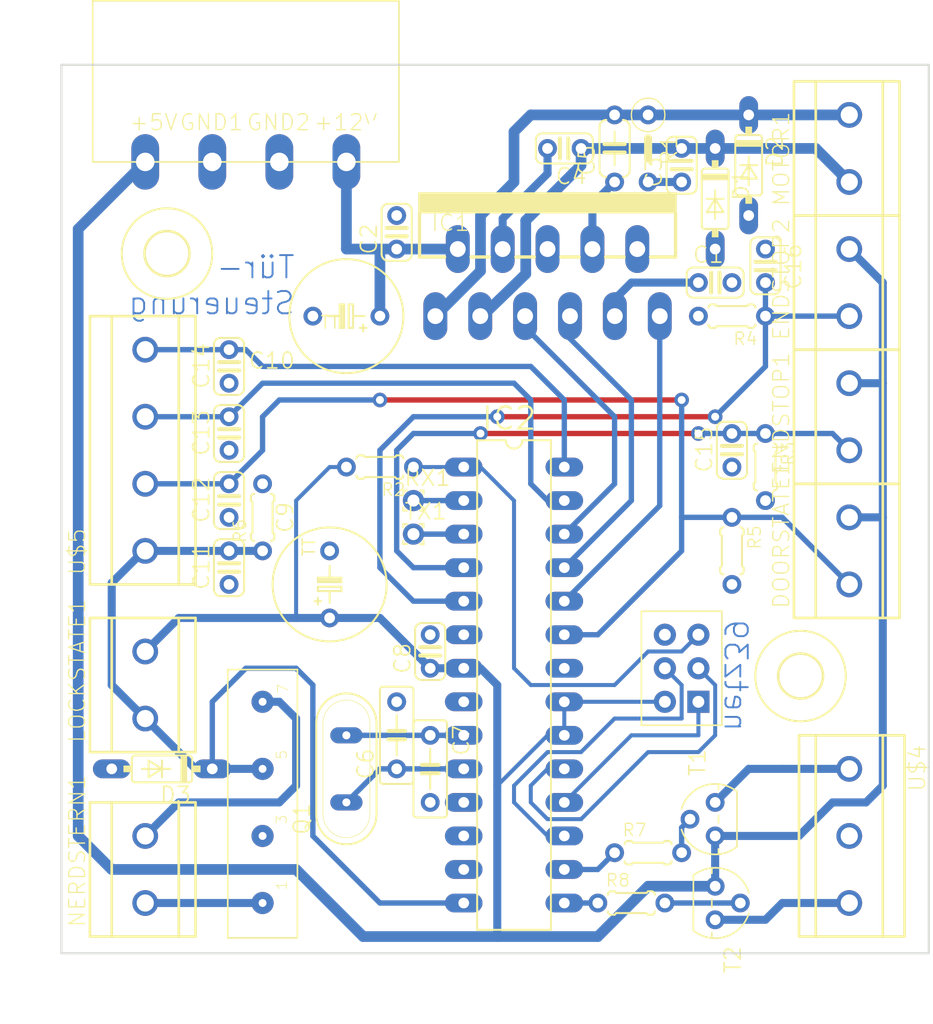
<source format=kicad_pcb>
(kicad_pcb (version 20171130) (host pcbnew 6.0.0-rc1-unknown-2fdf13a~84~ubuntu16.04.1)

  (general
    (thickness 1.6)
    (drawings 6)
    (tracks 205)
    (zones 0)
    (modules 47)
    (nets 39)
  )

  (page A4)
  (layers
    (0 Top signal)
    (31 Bottom signal)
    (32 B.Adhes user)
    (33 F.Adhes user)
    (34 B.Paste user)
    (35 F.Paste user)
    (36 B.SilkS user)
    (37 F.SilkS user)
    (38 B.Mask user)
    (39 F.Mask user)
    (40 Dwgs.User user)
    (41 Cmts.User user)
    (42 Eco1.User user)
    (43 Eco2.User user)
    (44 Edge.Cuts user)
    (45 Margin user)
    (46 B.CrtYd user)
    (47 F.CrtYd user)
    (48 B.Fab user)
    (49 F.Fab user)
  )

  (setup
    (last_trace_width 0.25)
    (trace_clearance 0.2)
    (zone_clearance 0.508)
    (zone_45_only no)
    (trace_min 0.2)
    (via_size 0.8)
    (via_drill 0.4)
    (via_min_size 0.4)
    (via_min_drill 0.3)
    (uvia_size 0.3)
    (uvia_drill 0.1)
    (uvias_allowed no)
    (uvia_min_size 0.2)
    (uvia_min_drill 0.1)
    (edge_width 0.05)
    (segment_width 0.2)
    (pcb_text_width 0.3)
    (pcb_text_size 1.5 1.5)
    (mod_edge_width 0.12)
    (mod_text_size 1 1)
    (mod_text_width 0.15)
    (pad_size 1.524 1.524)
    (pad_drill 0.762)
    (pad_to_mask_clearance 0.051)
    (solder_mask_min_width 0.25)
    (aux_axis_origin 0 0)
    (visible_elements FFFFFF7F)
    (pcbplotparams
      (layerselection 0x010fc_ffffffff)
      (usegerberextensions false)
      (usegerberattributes false)
      (usegerberadvancedattributes false)
      (creategerberjobfile false)
      (excludeedgelayer true)
      (linewidth 0.100000)
      (plotframeref false)
      (viasonmask false)
      (mode 1)
      (useauxorigin false)
      (hpglpennumber 1)
      (hpglpenspeed 20)
      (hpglpendiameter 15.000000)
      (psnegative false)
      (psa4output false)
      (plotreference true)
      (plotvalue true)
      (plotinvisibletext false)
      (padsonsilk false)
      (subtractmaskfromsilk false)
      (outputformat 1)
      (mirror false)
      (drillshape 1)
      (scaleselection 1)
      (outputdirectory ""))
  )

  (net 0 "")
  (net 1 VCC)
  (net 2 GND)
  (net 3 VDD)
  (net 4 /M_EN)
  (net 5 "Net-(C1-Pad1)")
  (net 6 "Net-(C5-Pad1)")
  (net 7 /M_IN1)
  (net 8 /M_IN2)
  (net 9 "Net-(C4-Pad2)")
  (net 10 /M_OUT1)
  (net 11 /M_OUT2)
  (net 12 /SET_OPEN)
  (net 13 /SET_CLOSE)
  (net 14 /DOORSTATE)
  (net 15 /SCK)
  (net 16 /MISO)
  (net 17 /MOSI)
  (net 18 /LED_G)
  (net 19 /LED_R)
  (net 20 /LOCKSTATE)
  (net 21 "Net-(IC2-Pad13)")
  (net 22 "Net-(IC2-Pad12)")
  (net 23 "Net-(IC2-Pad11)")
  (net 24 "Net-(C6-Pad1)")
  (net 25 "Net-(C7-Pad1)")
  (net 26 "Net-(IC2-Pad6)")
  (net 27 /ENDSTOP2)
  (net 28 /ENDSTOP1)
  (net 29 "Net-(IC2-Pad3)")
  (net 30 "Net-(IC2-Pad2)")
  (net 31 /RST)
  (net 32 "Net-(C3-Pad1)")
  (net 33 "Net-(R7-Pad2)")
  (net 34 "Net-(T1-Pad1)")
  (net 35 "Net-(R8-Pad2)")
  (net 36 "Net-(T2-Pad1)")
  (net 37 "Net-(NERDSTERN1-Pad2)")
  (net 38 "Net-(NERDSTERN1-Pad1)")

  (net_class Default "This is the default net class."
    (clearance 0.2)
    (trace_width 0.25)
    (via_dia 0.8)
    (via_drill 0.4)
    (uvia_dia 0.3)
    (uvia_drill 0.1)
    (add_net /DOORSTATE)
    (add_net /ENDSTOP1)
    (add_net /ENDSTOP2)
    (add_net /LED_G)
    (add_net /LED_R)
    (add_net /LOCKSTATE)
    (add_net /MISO)
    (add_net /MOSI)
    (add_net /M_EN)
    (add_net /M_IN1)
    (add_net /M_IN2)
    (add_net /M_OUT1)
    (add_net /M_OUT2)
    (add_net /RST)
    (add_net /SCK)
    (add_net /SET_CLOSE)
    (add_net /SET_OPEN)
    (add_net GND)
    (add_net "Net-(C1-Pad1)")
    (add_net "Net-(C3-Pad1)")
    (add_net "Net-(C4-Pad2)")
    (add_net "Net-(C5-Pad1)")
    (add_net "Net-(C6-Pad1)")
    (add_net "Net-(C7-Pad1)")
    (add_net "Net-(IC2-Pad11)")
    (add_net "Net-(IC2-Pad12)")
    (add_net "Net-(IC2-Pad13)")
    (add_net "Net-(IC2-Pad2)")
    (add_net "Net-(IC2-Pad3)")
    (add_net "Net-(IC2-Pad6)")
    (add_net "Net-(NERDSTERN1-Pad1)")
    (add_net "Net-(NERDSTERN1-Pad2)")
    (add_net "Net-(R7-Pad2)")
    (add_net "Net-(R8-Pad2)")
    (add_net "Net-(T1-Pad1)")
    (add_net "Net-(T2-Pad1)")
    (add_net VCC)
    (add_net VDD)
  )

  (module tuer-steuerung:PSW_5 (layer Top) (tedit 0) (tstamp 5BF1960C)
    (at 129.6161 72.6136)
    (path /850A8AB0BABD3B23)
    (fp_text reference U$1 (at 0 0) (layer F.SilkS) hide
      (effects (font (size 1.27 1.27) (thickness 0.15)))
    )
    (fp_text value PSW_5 (at 0 0) (layer F.SilkS) hide
      (effects (font (size 1.27 1.27) (thickness 0.15)))
    )
    (fp_text user GND2 (at 0 3.81) (layer F.SilkS)
      (effects (font (size 1.2065 1.2065) (thickness 0.1016)) (justify left bottom))
    )
    (fp_text user GND1 (at -5.08 3.81) (layer F.SilkS)
      (effects (font (size 1.2065 1.2065) (thickness 0.1016)) (justify left bottom))
    )
    (fp_text user +12V (at 5.08 3.81) (layer F.SilkS)
      (effects (font (size 1.2065 1.2065) (thickness 0.1016)) (justify left bottom))
    )
    (fp_text user +5V (at -8.89 3.81) (layer F.SilkS)
      (effects (font (size 1.2065 1.2065) (thickness 0.1016)) (justify left bottom))
    )
    (fp_line (start -11.6 -6.1) (end -11.6 6.1) (layer F.SilkS) (width 0.127))
    (fp_line (start 11.6 -6.1) (end -11.6 -6.1) (layer F.SilkS) (width 0.127))
    (fp_line (start 11.6 6.1) (end 11.6 -6.1) (layer F.SilkS) (width 0.127))
    (fp_line (start -11.6 6.1) (end 11.6 6.1) (layer F.SilkS) (width 0.127))
    (pad "" np_thru_hole circle (at 10.16 4) (size 2.3 2.3) (drill 2.3) (layers *.Cu *.Mask))
    (pad "" np_thru_hole circle (at -10.16 4) (size 2.3 2.3) (drill 2.3) (layers *.Cu *.Mask))
    (pad +5V thru_hole oval (at -7.62 6.1 90) (size 4.2 2.1) (drill 1.4) (layers *.Cu *.Mask)
      (net 1 VCC) (solder_mask_margin 0.1016))
    (pad GND2 thru_hole oval (at 2.54 6.1 90) (size 4.2 2.1) (drill 1.4) (layers *.Cu *.Mask)
      (net 2 GND) (solder_mask_margin 0.1016))
    (pad GND1 thru_hole oval (at -2.54 6.1 90) (size 4.2 2.1) (drill 1.4) (layers *.Cu *.Mask)
      (net 2 GND) (solder_mask_margin 0.1016))
    (pad +12V thru_hole oval (at 7.62 6.1 90) (size 4.2 2.1) (drill 1.4) (layers *.Cu *.Mask)
      (net 3 VDD) (solder_mask_margin 0.1016))
  )

  (module tuer-steuerung:MULTIWATT-11 (layer Top) (tedit 0) (tstamp 5BF1961D)
    (at 152.4761 84.0436)
    (descr "<b>Muliwatt 11 lead</b>")
    (path /7C8C299E06F92037)
    (fp_text reference IC1 (at -8.89 0) (layer F.SilkS)
      (effects (font (size 1.2065 1.2065) (thickness 0.1016)) (justify left bottom))
    )
    (fp_text value L6203 (at -1.27 0) (layer F.Fab)
      (effects (font (size 1.2065 1.2065) (thickness 0.1016)) (justify left bottom))
    )
    (fp_poly (pts (xy 8.2 5.47) (xy 8.8 5.47) (xy 8.8 1.97) (xy 8.2 1.97)) (layer F.Fab) (width 0))
    (fp_poly (pts (xy 8.2 6.57) (xy 8.8 6.57) (xy 8.8 5.37) (xy 8.2 5.37)) (layer F.Fab) (width 0))
    (fp_poly (pts (xy 4.8 5.47) (xy 5.4 5.47) (xy 5.4 1.97) (xy 4.8 1.97)) (layer F.Fab) (width 0))
    (fp_poly (pts (xy 4.8 6.57) (xy 5.4 6.57) (xy 5.4 5.37) (xy 4.8 5.37)) (layer F.Fab) (width 0))
    (fp_poly (pts (xy 1.4 5.47) (xy 2 5.47) (xy 2 1.97) (xy 1.4 1.97)) (layer F.Fab) (width 0))
    (fp_poly (pts (xy 1.4 6.57) (xy 2 6.57) (xy 2 5.37) (xy 1.4 5.37)) (layer F.Fab) (width 0))
    (fp_poly (pts (xy -2 5.47) (xy -1.4 5.47) (xy -1.4 1.97) (xy -2 1.97)) (layer F.Fab) (width 0))
    (fp_poly (pts (xy -2 6.57) (xy -1.4 6.57) (xy -1.4 5.37) (xy -2 5.37)) (layer F.Fab) (width 0))
    (fp_poly (pts (xy -5.4 5.47) (xy -4.8 5.47) (xy -4.8 1.97) (xy -5.4 1.97)) (layer F.Fab) (width 0))
    (fp_poly (pts (xy -5.4 6.57) (xy -4.8 6.57) (xy -4.8 5.37) (xy -5.4 5.37)) (layer F.Fab) (width 0))
    (fp_poly (pts (xy -8.8 5.47) (xy -8.2 5.47) (xy -8.2 1.97) (xy -8.8 1.97)) (layer F.Fab) (width 0))
    (fp_poly (pts (xy -8.8 6.57) (xy -8.2 6.57) (xy -8.2 5.37) (xy -8.8 5.37)) (layer F.Fab) (width 0))
    (fp_poly (pts (xy -9.8 -1.43) (xy 9.8 -1.43) (xy 9.8 -3.03) (xy -9.8 -3.03)) (layer F.SilkS) (width 0))
    (fp_line (start 7.8 1.87) (end 9.7 1.87) (layer F.SilkS) (width 0.254))
    (fp_line (start 9.7 1.87) (end 9.7 -1.43) (layer F.SilkS) (width 0.254))
    (fp_line (start -9.7 1.87) (end 9.7 1.87) (layer F.Fab) (width 0.254))
    (fp_line (start -9.7 1.87) (end -7.8 1.87) (layer F.SilkS) (width 0.254))
    (fp_line (start 4.4 1.87) (end 5.8 1.87) (layer F.SilkS) (width 0.254))
    (fp_line (start 1 1.87) (end 2.4 1.87) (layer F.SilkS) (width 0.254))
    (fp_line (start -2.4 1.87) (end -1 1.87) (layer F.SilkS) (width 0.254))
    (fp_line (start -5.8 1.87) (end -4.4 1.87) (layer F.SilkS) (width 0.254))
    (fp_line (start -9.7 1.87) (end -9.7 -1.43) (layer F.SilkS) (width 0.254))
    (pad 11 thru_hole oval (at 8.5 6.35 90) (size 3.6192 1.8096) (drill 1.2) (layers *.Cu *.Mask)
      (net 4 /M_EN) (solder_mask_margin 0.1016))
    (pad 10 thru_hole oval (at 6.8 1.27 90) (size 3.6192 1.8096) (drill 1.2) (layers *.Cu *.Mask)
      (net 2 GND) (solder_mask_margin 0.1016))
    (pad 9 thru_hole oval (at 5.1 6.35 90) (size 3.6192 1.8096) (drill 1.2) (layers *.Cu *.Mask)
      (net 5 "Net-(C1-Pad1)") (solder_mask_margin 0.1016))
    (pad 8 thru_hole oval (at 3.4 1.27 90) (size 3.6192 1.8096) (drill 1.2) (layers *.Cu *.Mask)
      (net 6 "Net-(C5-Pad1)") (solder_mask_margin 0.1016))
    (pad 7 thru_hole oval (at 1.7 6.35 90) (size 3.6192 1.8096) (drill 1.2) (layers *.Cu *.Mask)
      (net 7 /M_IN1) (solder_mask_margin 0.1016))
    (pad 6 thru_hole oval (at 0 1.27 90) (size 3.6192 1.8096) (drill 1.2) (layers *.Cu *.Mask)
      (net 2 GND) (solder_mask_margin 0.1016))
    (pad 5 thru_hole oval (at -1.7 6.35 90) (size 3.6192 1.8096) (drill 1.2) (layers *.Cu *.Mask)
      (net 8 /M_IN2) (solder_mask_margin 0.1016))
    (pad 4 thru_hole oval (at -3.4 1.27 90) (size 3.6192 1.8096) (drill 1.2) (layers *.Cu *.Mask)
      (net 9 "Net-(C4-Pad2)") (solder_mask_margin 0.1016))
    (pad 3 thru_hole oval (at -5.1 6.35 90) (size 3.6192 1.8096) (drill 1.2) (layers *.Cu *.Mask)
      (net 10 /M_OUT1) (solder_mask_margin 0.1016))
    (pad 2 thru_hole oval (at -6.8 1.27 90) (size 3.6192 1.8096) (drill 1.2) (layers *.Cu *.Mask)
      (net 3 VDD) (solder_mask_margin 0.1016))
    (pad 1 thru_hole oval (at -8.5 6.35 90) (size 3.6192 1.8096) (drill 1.2) (layers *.Cu *.Mask)
      (net 11 /M_OUT2) (solder_mask_margin 0.1016))
  )

  (module tuer-steuerung:DIL28-3 (layer Top) (tedit 0) (tstamp 5BF19641)
    (at 149.9361 118.3336 270)
    (descr "<B>Dual In Line</B> 0.3 inch")
    (path /53D52AEB541775CA)
    (fp_text reference IC2 (at -19.2024 2.54) (layer F.SilkS)
      (effects (font (size 1.6891 1.6891) (thickness 0.1778)) (justify left bottom))
    )
    (fp_text value MEGA8-P (at -15.875 0.635 270) (layer F.Fab)
      (effects (font (size 1.6891 1.6891) (thickness 0.1778)) (justify right top))
    )
    (fp_line (start 18.542 -2.794) (end 18.542 2.794) (layer F.SilkS) (width 0.1524))
    (fp_line (start -18.542 -2.794) (end 18.542 -2.794) (layer F.SilkS) (width 0.1524))
    (fp_line (start -18.542 -2.794) (end -18.542 -0.635) (layer F.SilkS) (width 0.1524))
    (fp_line (start -18.542 2.794) (end 18.542 2.794) (layer F.SilkS) (width 0.1524))
    (fp_arc (start -18.542 0) (end -18.542 -0.635) (angle 180) (layer F.SilkS) (width 0.1524))
    (fp_line (start -18.542 0.635) (end -18.542 2.794) (layer F.SilkS) (width 0.1524))
    (pad 28 thru_hole oval (at -16.51 -3.81) (size 2.8448 1.4224) (drill 0.8128) (layers *.Cu *.Mask)
      (net 12 /SET_OPEN) (solder_mask_margin 0.1016))
    (pad 27 thru_hole oval (at -13.97 -3.81) (size 2.8448 1.4224) (drill 0.8128) (layers *.Cu *.Mask)
      (net 13 /SET_CLOSE) (solder_mask_margin 0.1016))
    (pad 26 thru_hole oval (at -11.43 -3.81) (size 2.8448 1.4224) (drill 0.8128) (layers *.Cu *.Mask)
      (net 8 /M_IN2) (solder_mask_margin 0.1016))
    (pad 25 thru_hole oval (at -8.89 -3.81) (size 2.8448 1.4224) (drill 0.8128) (layers *.Cu *.Mask)
      (net 7 /M_IN1) (solder_mask_margin 0.1016))
    (pad 24 thru_hole oval (at -6.35 -3.81) (size 2.8448 1.4224) (drill 0.8128) (layers *.Cu *.Mask)
      (net 4 /M_EN) (solder_mask_margin 0.1016))
    (pad 23 thru_hole oval (at -3.81 -3.81) (size 2.8448 1.4224) (drill 0.8128) (layers *.Cu *.Mask)
      (net 14 /DOORSTATE) (solder_mask_margin 0.1016))
    (pad 22 thru_hole oval (at -1.27 -3.81) (size 2.8448 1.4224) (drill 0.8128) (layers *.Cu *.Mask)
      (net 2 GND) (solder_mask_margin 0.1016))
    (pad 21 thru_hole oval (at 1.27 -3.81) (size 2.8448 1.4224) (drill 0.8128) (layers *.Cu *.Mask)
      (net 1 VCC) (solder_mask_margin 0.1016))
    (pad 20 thru_hole oval (at 3.81 -3.81) (size 2.8448 1.4224) (drill 0.8128) (layers *.Cu *.Mask)
      (net 1 VCC) (solder_mask_margin 0.1016))
    (pad 19 thru_hole oval (at 6.35 -3.81) (size 2.8448 1.4224) (drill 0.8128) (layers *.Cu *.Mask)
      (net 15 /SCK) (solder_mask_margin 0.1016))
    (pad 18 thru_hole oval (at 8.89 -3.81) (size 2.8448 1.4224) (drill 0.8128) (layers *.Cu *.Mask)
      (net 16 /MISO) (solder_mask_margin 0.1016))
    (pad 17 thru_hole oval (at 11.43 -3.81) (size 2.8448 1.4224) (drill 0.8128) (layers *.Cu *.Mask)
      (net 17 /MOSI) (solder_mask_margin 0.1016))
    (pad 16 thru_hole oval (at 13.97 -3.81) (size 2.8448 1.4224) (drill 0.8128) (layers *.Cu *.Mask)
      (net 18 /LED_G) (solder_mask_margin 0.1016))
    (pad 15 thru_hole oval (at 16.51 -3.81) (size 2.8448 1.4224) (drill 0.8128) (layers *.Cu *.Mask)
      (net 19 /LED_R) (solder_mask_margin 0.1016))
    (pad 14 thru_hole oval (at 16.51 3.81) (size 2.8448 1.4224) (drill 0.8128) (layers *.Cu *.Mask)
      (net 20 /LOCKSTATE) (solder_mask_margin 0.1016))
    (pad 13 thru_hole oval (at 13.97 3.81) (size 2.8448 1.4224) (drill 0.8128) (layers *.Cu *.Mask)
      (net 21 "Net-(IC2-Pad13)") (solder_mask_margin 0.1016))
    (pad 12 thru_hole oval (at 11.43 3.81) (size 2.8448 1.4224) (drill 0.8128) (layers *.Cu *.Mask)
      (net 22 "Net-(IC2-Pad12)") (solder_mask_margin 0.1016))
    (pad 11 thru_hole oval (at 8.89 3.81) (size 2.8448 1.4224) (drill 0.8128) (layers *.Cu *.Mask)
      (net 23 "Net-(IC2-Pad11)") (solder_mask_margin 0.1016))
    (pad 10 thru_hole oval (at 6.35 3.81) (size 2.8448 1.4224) (drill 0.8128) (layers *.Cu *.Mask)
      (net 24 "Net-(C6-Pad1)") (solder_mask_margin 0.1016))
    (pad 9 thru_hole oval (at 3.81 3.81) (size 2.8448 1.4224) (drill 0.8128) (layers *.Cu *.Mask)
      (net 25 "Net-(C7-Pad1)") (solder_mask_margin 0.1016))
    (pad 8 thru_hole oval (at 1.27 3.81) (size 2.8448 1.4224) (drill 0.8128) (layers *.Cu *.Mask)
      (net 2 GND) (solder_mask_margin 0.1016))
    (pad 7 thru_hole oval (at -1.27 3.81) (size 2.8448 1.4224) (drill 0.8128) (layers *.Cu *.Mask)
      (net 1 VCC) (solder_mask_margin 0.1016))
    (pad 6 thru_hole oval (at -3.81 3.81) (size 2.8448 1.4224) (drill 0.8128) (layers *.Cu *.Mask)
      (net 26 "Net-(IC2-Pad6)") (solder_mask_margin 0.1016))
    (pad 5 thru_hole oval (at -6.35 3.81) (size 2.8448 1.4224) (drill 0.8128) (layers *.Cu *.Mask)
      (net 27 /ENDSTOP2) (solder_mask_margin 0.1016))
    (pad 4 thru_hole oval (at -8.89 3.81) (size 2.8448 1.4224) (drill 0.8128) (layers *.Cu *.Mask)
      (net 28 /ENDSTOP1) (solder_mask_margin 0.1016))
    (pad 3 thru_hole oval (at -11.43 3.81) (size 2.8448 1.4224) (drill 0.8128) (layers *.Cu *.Mask)
      (net 29 "Net-(IC2-Pad3)") (solder_mask_margin 0.1016))
    (pad 2 thru_hole oval (at -13.97 3.81) (size 2.8448 1.4224) (drill 0.8128) (layers *.Cu *.Mask)
      (net 30 "Net-(IC2-Pad2)") (solder_mask_margin 0.1016))
    (pad 1 thru_hole oval (at -16.51 3.81) (size 2.8448 1.4224) (drill 0.8128) (layers *.Cu *.Mask)
      (net 31 /RST) (solder_mask_margin 0.1016))
  )

  (module tuer-steuerung:QS (layer Top) (tedit 0) (tstamp 5BF19666)
    (at 137.2361 124.6836 90)
    (descr <B>CRYSTAL</B>)
    (path /B906740D0BCEEB23)
    (fp_text reference Q1 (at -5.08 -2.667 90) (layer F.SilkS)
      (effects (font (size 1.2065 1.2065) (thickness 0.127)) (justify left bottom))
    )
    (fp_text value 16Mhz (at -5.08 3.937 90) (layer F.Fab)
      (effects (font (size 1.2065 1.2065) (thickness 0.127)) (justify left bottom))
    )
    (fp_arc (start -3.429 0) (end -3.429 -1.778) (angle -180) (layer F.SilkS) (width 0.0508))
    (fp_arc (start -3.429 0) (end -3.429 -2.286) (angle -180) (layer F.SilkS) (width 0.1524))
    (fp_arc (start 3.429 0) (end 3.429 -2.286) (angle 180) (layer F.SilkS) (width 0.1524))
    (fp_arc (start 3.429 0) (end 3.429 -1.778) (angle 180) (layer F.SilkS) (width 0.0508))
    (fp_line (start 3.429 -1.778) (end -3.429 -1.778) (layer F.SilkS) (width 0.0508))
    (fp_line (start -3.429 1.778) (end 3.429 1.778) (layer F.SilkS) (width 0.0508))
    (fp_line (start 3.429 -2.286) (end -3.429 -2.286) (layer F.SilkS) (width 0.1524))
    (fp_line (start -3.429 2.286) (end 3.429 2.286) (layer F.SilkS) (width 0.1524))
    (pad 2 thru_hole oval (at 2.54 0 180) (size 2.4384 1.2192) (drill 0.6096) (layers *.Cu *.Mask)
      (net 25 "Net-(C7-Pad1)") (solder_mask_margin 0.1016))
    (pad 1 thru_hole oval (at -2.54 0 180) (size 2.4384 1.2192) (drill 0.6096) (layers *.Cu *.Mask)
      (net 24 "Net-(C6-Pad1)") (solder_mask_margin 0.1016))
  )

  (module tuer-steuerung:DO35-7 (layer Top) (tedit 0) (tstamp 5BF19673)
    (at 165.1761 81.5036 270)
    (descr "<B>DIODE</B><p>\ndiameter 2 mm, horizontal, grid 7.62 mm")
    (path /C245A130418565EC)
    (fp_text reference D1 (at -2.286 -1.27 270) (layer F.SilkS)
      (effects (font (size 1.2065 1.2065) (thickness 0.127)) (justify right top))
    )
    (fp_text value BS170 (at -2.286 2.667 270) (layer F.Fab)
      (effects (font (size 1.2065 1.2065) (thickness 0.127)) (justify right top))
    )
    (fp_poly (pts (xy -2.921 0.254) (xy -2.286 0.254) (xy -2.286 -0.254) (xy -2.921 -0.254)) (layer F.SilkS) (width 0))
    (fp_poly (pts (xy 2.286 0.254) (xy 2.921 0.254) (xy 2.921 -0.254) (xy 2.286 -0.254)) (layer F.SilkS) (width 0))
    (fp_poly (pts (xy -1.905 1.016) (xy -1.397 1.016) (xy -1.397 -1.016) (xy -1.905 -1.016)) (layer F.SilkS) (width 0))
    (fp_line (start -2.032 -1.016) (end 2.032 -1.016) (layer F.SilkS) (width 0.1524))
    (fp_line (start -2.286 -0.762) (end -2.286 0.762) (layer F.SilkS) (width 0.1524))
    (fp_line (start -2.032 1.016) (end 2.032 1.016) (layer F.SilkS) (width 0.1524))
    (fp_arc (start -2.032 0.762) (end -2.286 0.762) (angle -90) (layer F.SilkS) (width 0.1524))
    (fp_arc (start -2.032 -0.762) (end -2.286 -0.762) (angle 90) (layer F.SilkS) (width 0.1524))
    (fp_arc (start 2.032 0.762) (end 2.032 1.016) (angle -90) (layer F.SilkS) (width 0.1524))
    (fp_line (start 2.286 -0.762) (end 2.286 0.762) (layer F.SilkS) (width 0.1524))
    (fp_arc (start 2.032 -0.762) (end 2.032 -1.016) (angle 90) (layer F.SilkS) (width 0.1524))
    (fp_line (start 0 0) (end 0 0.635) (layer F.SilkS) (width 0.1524))
    (fp_line (start 0 -0.635) (end 0 0) (layer F.SilkS) (width 0.1524))
    (fp_line (start 0 0) (end 1.016 -0.635) (layer F.SilkS) (width 0.1524))
    (fp_line (start 0 0) (end 1.524 0) (layer F.SilkS) (width 0.1524))
    (fp_line (start 1.016 0.635) (end 0 0) (layer F.SilkS) (width 0.1524))
    (fp_line (start 1.016 -0.635) (end 1.016 0.635) (layer F.SilkS) (width 0.1524))
    (fp_line (start -0.635 0) (end 0 0) (layer F.SilkS) (width 0.1524))
    (fp_line (start -3.81 0) (end -2.921 0) (layer F.Fab) (width 0.508))
    (fp_line (start 3.81 0) (end 2.921 0) (layer F.Fab) (width 0.508))
    (pad A thru_hole oval (at 3.81 0 270) (size 2.8448 1.4224) (drill 0.8128) (layers *.Cu *.Mask)
      (net 2 GND) (solder_mask_margin 0.1016))
    (pad C thru_hole oval (at -3.81 0 270) (size 2.8448 1.4224) (drill 0.8128) (layers *.Cu *.Mask)
      (net 10 /M_OUT1) (solder_mask_margin 0.1016))
  )

  (module tuer-steuerung:DO35-7 (layer Top) (tedit 0) (tstamp 5BF1968C)
    (at 167.7161 78.9636 270)
    (descr "<B>DIODE</B><p>\ndiameter 2 mm, horizontal, grid 7.62 mm")
    (path /305DC42EECD6F5AB)
    (fp_text reference D2 (at -2.286 -1.27 270) (layer F.SilkS)
      (effects (font (size 1.2065 1.2065) (thickness 0.127)) (justify right top))
    )
    (fp_text value BS170 (at -2.286 2.667 270) (layer F.Fab)
      (effects (font (size 1.2065 1.2065) (thickness 0.127)) (justify right top))
    )
    (fp_poly (pts (xy -2.921 0.254) (xy -2.286 0.254) (xy -2.286 -0.254) (xy -2.921 -0.254)) (layer F.SilkS) (width 0))
    (fp_poly (pts (xy 2.286 0.254) (xy 2.921 0.254) (xy 2.921 -0.254) (xy 2.286 -0.254)) (layer F.SilkS) (width 0))
    (fp_poly (pts (xy -1.905 1.016) (xy -1.397 1.016) (xy -1.397 -1.016) (xy -1.905 -1.016)) (layer F.SilkS) (width 0))
    (fp_line (start -2.032 -1.016) (end 2.032 -1.016) (layer F.SilkS) (width 0.1524))
    (fp_line (start -2.286 -0.762) (end -2.286 0.762) (layer F.SilkS) (width 0.1524))
    (fp_line (start -2.032 1.016) (end 2.032 1.016) (layer F.SilkS) (width 0.1524))
    (fp_arc (start -2.032 0.762) (end -2.286 0.762) (angle -90) (layer F.SilkS) (width 0.1524))
    (fp_arc (start -2.032 -0.762) (end -2.286 -0.762) (angle 90) (layer F.SilkS) (width 0.1524))
    (fp_arc (start 2.032 0.762) (end 2.032 1.016) (angle -90) (layer F.SilkS) (width 0.1524))
    (fp_line (start 2.286 -0.762) (end 2.286 0.762) (layer F.SilkS) (width 0.1524))
    (fp_arc (start 2.032 -0.762) (end 2.032 -1.016) (angle 90) (layer F.SilkS) (width 0.1524))
    (fp_line (start 0 0) (end 0 0.635) (layer F.SilkS) (width 0.1524))
    (fp_line (start 0 -0.635) (end 0 0) (layer F.SilkS) (width 0.1524))
    (fp_line (start 0 0) (end 1.016 -0.635) (layer F.SilkS) (width 0.1524))
    (fp_line (start 0 0) (end 1.524 0) (layer F.SilkS) (width 0.1524))
    (fp_line (start 1.016 0.635) (end 0 0) (layer F.SilkS) (width 0.1524))
    (fp_line (start 1.016 -0.635) (end 1.016 0.635) (layer F.SilkS) (width 0.1524))
    (fp_line (start -0.635 0) (end 0 0) (layer F.SilkS) (width 0.1524))
    (fp_line (start -3.81 0) (end -2.921 0) (layer F.Fab) (width 0.508))
    (fp_line (start 3.81 0) (end 2.921 0) (layer F.Fab) (width 0.508))
    (pad A thru_hole oval (at 3.81 0 270) (size 2.8448 1.4224) (drill 0.8128) (layers *.Cu *.Mask)
      (net 2 GND) (solder_mask_margin 0.1016))
    (pad C thru_hole oval (at -3.81 0 270) (size 2.8448 1.4224) (drill 0.8128) (layers *.Cu *.Mask)
      (net 11 /M_OUT2) (solder_mask_margin 0.1016))
  )

  (module tuer-steuerung:C025-024X044 (layer Top) (tedit 0) (tstamp 5BF196A5)
    (at 141.0461 84.0436 90)
    (descr "<b>CAPACITOR</b><p>\ngrid 2.5 mm, outline 2.4 x 4.4 mm")
    (path /DE3531F169098DAB)
    (fp_text reference C2 (at -1.778 -1.397 90) (layer F.SilkS)
      (effects (font (size 1.2065 1.2065) (thickness 0.127)) (justify left bottom))
    )
    (fp_text value 100n (at -1.778 2.667 90) (layer F.Fab)
      (effects (font (size 1.2065 1.2065) (thickness 0.127)) (justify left bottom))
    )
    (fp_line (start -1.27 0) (end -0.3048 0) (layer F.Fab) (width 0.1524))
    (fp_line (start 1.27 0) (end 0.3302 0) (layer F.Fab) (width 0.1524))
    (fp_line (start 0.3302 -0.762) (end 0.3302 0.762) (layer F.SilkS) (width 0.3048))
    (fp_line (start -0.3048 -0.762) (end -0.3048 0.762) (layer F.SilkS) (width 0.3048))
    (fp_arc (start 1.651 0.635) (end 1.651 1.143) (angle -90) (layer F.SilkS) (width 0.1524))
    (fp_arc (start 1.651 -0.635) (end 1.651 -1.143) (angle 90) (layer F.SilkS) (width 0.1524))
    (fp_line (start 1.651 1.143) (end -1.651 1.143) (layer F.SilkS) (width 0.1524))
    (fp_line (start 2.159 0.635) (end 2.159 -0.635) (layer F.SilkS) (width 0.1524))
    (fp_line (start 1.651 -1.143) (end -1.651 -1.143) (layer F.SilkS) (width 0.1524))
    (fp_arc (start -1.651 0.635) (end -2.159 0.635) (angle -90) (layer F.SilkS) (width 0.1524))
    (fp_arc (start -1.651 -0.635) (end -2.159 -0.635) (angle 90) (layer F.SilkS) (width 0.1524))
    (fp_line (start -2.159 0.635) (end -2.159 -0.635) (layer F.SilkS) (width 0.1524))
    (pad 2 thru_hole circle (at 1.27 0 90) (size 1.4224 1.4224) (drill 0.8128) (layers *.Cu *.Mask)
      (net 2 GND) (solder_mask_margin 0.1016))
    (pad 1 thru_hole circle (at -1.27 0 90) (size 1.4224 1.4224) (drill 0.8128) (layers *.Cu *.Mask)
      (net 3 VDD) (solder_mask_margin 0.1016))
  )

  (module tuer-steuerung:C025-024X044 (layer Top) (tedit 0) (tstamp 5BF196B6)
    (at 165.1761 87.8536)
    (descr "<b>CAPACITOR</b><p>\ngrid 2.5 mm, outline 2.4 x 4.4 mm")
    (path /A421DAD9328B9062)
    (fp_text reference C1 (at -1.778 -1.397) (layer F.SilkS)
      (effects (font (size 1.2065 1.2065) (thickness 0.127)) (justify left bottom))
    )
    (fp_text value 220n (at -1.778 2.667) (layer F.Fab)
      (effects (font (size 1.2065 1.2065) (thickness 0.127)) (justify left bottom))
    )
    (fp_line (start -1.27 0) (end -0.3048 0) (layer F.Fab) (width 0.1524))
    (fp_line (start 1.27 0) (end 0.3302 0) (layer F.Fab) (width 0.1524))
    (fp_line (start 0.3302 -0.762) (end 0.3302 0.762) (layer F.SilkS) (width 0.3048))
    (fp_line (start -0.3048 -0.762) (end -0.3048 0.762) (layer F.SilkS) (width 0.3048))
    (fp_arc (start 1.651 0.635) (end 1.651 1.143) (angle -90) (layer F.SilkS) (width 0.1524))
    (fp_arc (start 1.651 -0.635) (end 1.651 -1.143) (angle 90) (layer F.SilkS) (width 0.1524))
    (fp_line (start 1.651 1.143) (end -1.651 1.143) (layer F.SilkS) (width 0.1524))
    (fp_line (start 2.159 0.635) (end 2.159 -0.635) (layer F.SilkS) (width 0.1524))
    (fp_line (start 1.651 -1.143) (end -1.651 -1.143) (layer F.SilkS) (width 0.1524))
    (fp_arc (start -1.651 0.635) (end -2.159 0.635) (angle -90) (layer F.SilkS) (width 0.1524))
    (fp_arc (start -1.651 -0.635) (end -2.159 -0.635) (angle 90) (layer F.SilkS) (width 0.1524))
    (fp_line (start -2.159 0.635) (end -2.159 -0.635) (layer F.SilkS) (width 0.1524))
    (pad 2 thru_hole circle (at 1.27 0) (size 1.4224 1.4224) (drill 0.8128) (layers *.Cu *.Mask)
      (net 2 GND) (solder_mask_margin 0.1016))
    (pad 1 thru_hole circle (at -1.27 0) (size 1.4224 1.4224) (drill 0.8128) (layers *.Cu *.Mask)
      (net 5 "Net-(C1-Pad1)") (solder_mask_margin 0.1016))
  )

  (module tuer-steuerung:C025-024X044 (layer Top) (tedit 0) (tstamp 5BF196C7)
    (at 162.6361 78.9636 90)
    (descr "<b>CAPACITOR</b><p>\ngrid 2.5 mm, outline 2.4 x 4.4 mm")
    (path /8549B003AD21CF95)
    (fp_text reference C3 (at -1.778 -1.397 90) (layer F.SilkS)
      (effects (font (size 1.2065 1.2065) (thickness 0.127)) (justify left bottom))
    )
    (fp_text value 22n (at -1.778 2.667 90) (layer F.Fab)
      (effects (font (size 1.2065 1.2065) (thickness 0.127)) (justify left bottom))
    )
    (fp_line (start -1.27 0) (end -0.3048 0) (layer F.Fab) (width 0.1524))
    (fp_line (start 1.27 0) (end 0.3302 0) (layer F.Fab) (width 0.1524))
    (fp_line (start 0.3302 -0.762) (end 0.3302 0.762) (layer F.SilkS) (width 0.3048))
    (fp_line (start -0.3048 -0.762) (end -0.3048 0.762) (layer F.SilkS) (width 0.3048))
    (fp_arc (start 1.651 0.635) (end 1.651 1.143) (angle -90) (layer F.SilkS) (width 0.1524))
    (fp_arc (start 1.651 -0.635) (end 1.651 -1.143) (angle 90) (layer F.SilkS) (width 0.1524))
    (fp_line (start 1.651 1.143) (end -1.651 1.143) (layer F.SilkS) (width 0.1524))
    (fp_line (start 2.159 0.635) (end 2.159 -0.635) (layer F.SilkS) (width 0.1524))
    (fp_line (start 1.651 -1.143) (end -1.651 -1.143) (layer F.SilkS) (width 0.1524))
    (fp_arc (start -1.651 0.635) (end -2.159 0.635) (angle -90) (layer F.SilkS) (width 0.1524))
    (fp_arc (start -1.651 -0.635) (end -2.159 -0.635) (angle 90) (layer F.SilkS) (width 0.1524))
    (fp_line (start -2.159 0.635) (end -2.159 -0.635) (layer F.SilkS) (width 0.1524))
    (pad 2 thru_hole circle (at 1.27 0 90) (size 1.4224 1.4224) (drill 0.8128) (layers *.Cu *.Mask)
      (net 10 /M_OUT1) (solder_mask_margin 0.1016))
    (pad 1 thru_hole circle (at -1.27 0 90) (size 1.4224 1.4224) (drill 0.8128) (layers *.Cu *.Mask)
      (net 32 "Net-(C3-Pad1)") (solder_mask_margin 0.1016))
  )

  (module tuer-steuerung:0207_5V (layer Top) (tedit 0) (tstamp 5BF196D8)
    (at 160.0961 77.6936 270)
    (descr "<b>RESISTOR</b><p>\ntype 0207, grid 5 mm")
    (path /B8E1D68D8C24140D)
    (fp_text reference R1 (at -1.143 -0.889 270) (layer F.SilkS)
      (effects (font (size 1.2065 1.2065) (thickness 0.127)) (justify right top))
    )
    (fp_text value 10R (at -1.143 2.159 270) (layer F.Fab)
      (effects (font (size 1.2065 1.2065) (thickness 0.127)) (justify right top))
    )
    (fp_circle (center -2.54 0) (end -1.524 0) (layer F.Fab) (width 0.1524))
    (fp_circle (center -2.54 0) (end -1.27 0) (layer F.SilkS) (width 0.1016))
    (fp_line (start 0.889 0) (end 2.54 0) (layer F.Fab) (width 0.6096))
    (fp_line (start -0.762 0) (end 0.762 0) (layer F.SilkS) (width 0.6096))
    (fp_line (start -2.54 0) (end -0.889 0) (layer F.Fab) (width 0.6096))
    (pad 2 thru_hole circle (at 2.54 0 270) (size 1.4224 1.4224) (drill 0.8128) (layers *.Cu *.Mask)
      (net 32 "Net-(C3-Pad1)") (solder_mask_margin 0.1016))
    (pad 1 thru_hole circle (at -2.54 0 270) (size 1.4224 1.4224) (drill 0.8128) (layers *.Cu *.Mask)
      (net 11 /M_OUT2) (solder_mask_margin 0.1016))
  )

  (module tuer-steuerung:C025-024X044 (layer Top) (tedit 0) (tstamp 5BF196E2)
    (at 153.7461 77.6936 180)
    (descr "<b>CAPACITOR</b><p>\ngrid 2.5 mm, outline 2.4 x 4.4 mm")
    (path /19F366271F43E891)
    (fp_text reference C4 (at -1.778 -1.397 180) (layer F.SilkS)
      (effects (font (size 1.2065 1.2065) (thickness 0.127)) (justify right top))
    )
    (fp_text value 15n (at -1.778 2.667 180) (layer F.Fab)
      (effects (font (size 1.2065 1.2065) (thickness 0.127)) (justify right top))
    )
    (fp_line (start -1.27 0) (end -0.3048 0) (layer F.Fab) (width 0.1524))
    (fp_line (start 1.27 0) (end 0.3302 0) (layer F.Fab) (width 0.1524))
    (fp_line (start 0.3302 -0.762) (end 0.3302 0.762) (layer F.SilkS) (width 0.3048))
    (fp_line (start -0.3048 -0.762) (end -0.3048 0.762) (layer F.SilkS) (width 0.3048))
    (fp_arc (start 1.651 0.635) (end 1.651 1.143) (angle -90) (layer F.SilkS) (width 0.1524))
    (fp_arc (start 1.651 -0.635) (end 1.651 -1.143) (angle 90) (layer F.SilkS) (width 0.1524))
    (fp_line (start 1.651 1.143) (end -1.651 1.143) (layer F.SilkS) (width 0.1524))
    (fp_line (start 2.159 0.635) (end 2.159 -0.635) (layer F.SilkS) (width 0.1524))
    (fp_line (start 1.651 -1.143) (end -1.651 -1.143) (layer F.SilkS) (width 0.1524))
    (fp_arc (start -1.651 0.635) (end -2.159 0.635) (angle -90) (layer F.SilkS) (width 0.1524))
    (fp_arc (start -1.651 -0.635) (end -2.159 -0.635) (angle 90) (layer F.SilkS) (width 0.1524))
    (fp_line (start -2.159 0.635) (end -2.159 -0.635) (layer F.SilkS) (width 0.1524))
    (pad 2 thru_hole circle (at 1.27 0 180) (size 1.4224 1.4224) (drill 0.8128) (layers *.Cu *.Mask)
      (net 9 "Net-(C4-Pad2)") (solder_mask_margin 0.1016))
    (pad 1 thru_hole circle (at -1.27 0 180) (size 1.4224 1.4224) (drill 0.8128) (layers *.Cu *.Mask)
      (net 10 /M_OUT1) (solder_mask_margin 0.1016))
  )

  (module tuer-steuerung:C050-024X044 (layer Top) (tedit 0) (tstamp 5BF196F3)
    (at 157.5561 77.6936 90)
    (descr "<b>CAPACITOR</b><p>\ngrid 5 mm, outline 2.4 x 4.4 mm")
    (path /DA19E289CE1DC234)
    (fp_text reference C5 (at -2.159 -1.397 90) (layer F.SilkS)
      (effects (font (size 1.2065 1.2065) (thickness 0.127)) (justify left bottom))
    )
    (fp_text value 15n (at -2.159 2.667 90) (layer F.Fab)
      (effects (font (size 1.2065 1.2065) (thickness 0.127)) (justify left bottom))
    )
    (fp_poly (pts (xy -2.54 0.381) (xy -2.159 0.381) (xy -2.159 -0.381) (xy -2.54 -0.381)) (layer F.Fab) (width 0))
    (fp_poly (pts (xy 2.159 0.381) (xy 2.54 0.381) (xy 2.54 -0.381) (xy 2.159 -0.381)) (layer F.Fab) (width 0))
    (fp_line (start -1.27 0) (end -0.3048 0) (layer F.SilkS) (width 0.1524))
    (fp_line (start 1.27 0) (end 0.3302 0) (layer F.SilkS) (width 0.1524))
    (fp_line (start 0.3302 0) (end 0.3302 0.762) (layer F.SilkS) (width 0.3048))
    (fp_line (start 0.3302 -0.762) (end 0.3302 0) (layer F.SilkS) (width 0.3048))
    (fp_line (start -0.3048 0) (end -0.3048 0.762) (layer F.SilkS) (width 0.3048))
    (fp_line (start -0.3048 -0.762) (end -0.3048 0) (layer F.SilkS) (width 0.3048))
    (fp_arc (start 1.651 0.635) (end 1.651 1.143) (angle -90) (layer F.SilkS) (width 0.1524))
    (fp_arc (start 1.651 -0.635) (end 1.651 -1.143) (angle 90) (layer F.SilkS) (width 0.1524))
    (fp_line (start 1.651 1.143) (end -1.651 1.143) (layer F.SilkS) (width 0.1524))
    (fp_line (start 2.159 0.635) (end 2.159 -0.635) (layer F.Fab) (width 0.1524))
    (fp_line (start 1.651 -1.143) (end -1.651 -1.143) (layer F.SilkS) (width 0.1524))
    (fp_arc (start -1.651 0.635) (end -2.159 0.635) (angle -90) (layer F.SilkS) (width 0.1524))
    (fp_arc (start -1.651 -0.635) (end -2.159 -0.635) (angle 90) (layer F.SilkS) (width 0.1524))
    (fp_line (start -2.159 0.635) (end -2.159 -0.635) (layer F.Fab) (width 0.1524))
    (pad 2 thru_hole circle (at 2.54 0 90) (size 1.4224 1.4224) (drill 0.8128) (layers *.Cu *.Mask)
      (net 11 /M_OUT2) (solder_mask_margin 0.1016))
    (pad 1 thru_hole circle (at -2.54 0 90) (size 1.4224 1.4224) (drill 0.8128) (layers *.Cu *.Mask)
      (net 6 "Net-(C5-Pad1)") (solder_mask_margin 0.1016))
  )

  (module tuer-steuerung:0204_5 (layer Top) (tedit 0) (tstamp 5BF19708)
    (at 139.7761 101.8236 180)
    (descr "<b>RESISTOR</b><p>\ntype 0204, grid 5 mm")
    (path /9599DC97748ED202)
    (fp_text reference R2 (at -2.0066 -1.1684 180) (layer F.SilkS)
      (effects (font (size 0.94107 0.94107) (thickness 0.09906)) (justify right top))
    )
    (fp_text value 10K (at -2.1336 2.3114 180) (layer F.Fab)
      (effects (font (size 0.94107 0.94107) (thickness 0.09906)) (justify right top))
    )
    (fp_poly (pts (xy 1.778 0.254) (xy 2.032 0.254) (xy 2.032 -0.254) (xy 1.778 -0.254)) (layer F.Fab) (width 0))
    (fp_poly (pts (xy -2.032 0.254) (xy -1.778 0.254) (xy -1.778 -0.254) (xy -2.032 -0.254)) (layer F.Fab) (width 0))
    (fp_line (start 1.778 0.635) (end 1.778 -0.635) (layer F.Fab) (width 0.1524))
    (fp_line (start 1.524 0.889) (end 1.27 0.889) (layer F.SilkS) (width 0.1524))
    (fp_line (start 1.524 -0.889) (end 1.27 -0.889) (layer F.SilkS) (width 0.1524))
    (fp_line (start 1.143 0.762) (end -1.143 0.762) (layer F.SilkS) (width 0.1524))
    (fp_line (start 1.143 0.762) (end 1.27 0.889) (layer F.SilkS) (width 0.1524))
    (fp_line (start 1.143 -0.762) (end -1.143 -0.762) (layer F.SilkS) (width 0.1524))
    (fp_line (start 1.143 -0.762) (end 1.27 -0.889) (layer F.SilkS) (width 0.1524))
    (fp_line (start -1.143 0.762) (end -1.27 0.889) (layer F.SilkS) (width 0.1524))
    (fp_line (start -1.524 0.889) (end -1.27 0.889) (layer F.SilkS) (width 0.1524))
    (fp_line (start -1.143 -0.762) (end -1.27 -0.889) (layer F.SilkS) (width 0.1524))
    (fp_line (start -1.524 -0.889) (end -1.27 -0.889) (layer F.SilkS) (width 0.1524))
    (fp_line (start -1.778 0.635) (end -1.778 -0.635) (layer F.Fab) (width 0.1524))
    (fp_arc (start 1.524 -0.635) (end 1.524 -0.889) (angle 90) (layer F.SilkS) (width 0.1524))
    (fp_arc (start 1.524 0.635) (end 1.524 0.889) (angle -90) (layer F.SilkS) (width 0.1524))
    (fp_arc (start -1.524 0.635) (end -1.778 0.635) (angle -90) (layer F.SilkS) (width 0.1524))
    (fp_arc (start -1.524 -0.635) (end -1.778 -0.635) (angle 90) (layer F.SilkS) (width 0.1524))
    (fp_line (start -2.54 0) (end -2.032 0) (layer F.Fab) (width 0.508))
    (fp_line (start 2.54 0) (end 2.032 0) (layer F.Fab) (width 0.508))
    (pad 2 thru_hole circle (at 2.54 0 180) (size 1.4224 1.4224) (drill 0.8128) (layers *.Cu *.Mask)
      (net 1 VCC) (solder_mask_margin 0.1016))
    (pad 1 thru_hole circle (at -2.54 0 180) (size 1.4224 1.4224) (drill 0.8128) (layers *.Cu *.Mask)
      (net 31 /RST) (solder_mask_margin 0.1016))
  )

  (module tuer-steuerung:0204_5 (layer Top) (tedit 0) (tstamp 5BF19721)
    (at 168.9861 101.8236 270)
    (descr "<b>RESISTOR</b><p>\ntype 0204, grid 5 mm")
    (path /6E8B8171D33015C9)
    (fp_text reference R3 (at -2.0066 -1.1684 270) (layer F.SilkS)
      (effects (font (size 0.94107 0.94107) (thickness 0.09906)) (justify right top))
    )
    (fp_text value 10K (at -2.1336 2.3114 270) (layer F.Fab)
      (effects (font (size 0.94107 0.94107) (thickness 0.09906)) (justify right top))
    )
    (fp_poly (pts (xy 1.778 0.254) (xy 2.032 0.254) (xy 2.032 -0.254) (xy 1.778 -0.254)) (layer F.Fab) (width 0))
    (fp_poly (pts (xy -2.032 0.254) (xy -1.778 0.254) (xy -1.778 -0.254) (xy -2.032 -0.254)) (layer F.Fab) (width 0))
    (fp_line (start 1.778 0.635) (end 1.778 -0.635) (layer F.Fab) (width 0.1524))
    (fp_line (start 1.524 0.889) (end 1.27 0.889) (layer F.SilkS) (width 0.1524))
    (fp_line (start 1.524 -0.889) (end 1.27 -0.889) (layer F.SilkS) (width 0.1524))
    (fp_line (start 1.143 0.762) (end -1.143 0.762) (layer F.SilkS) (width 0.1524))
    (fp_line (start 1.143 0.762) (end 1.27 0.889) (layer F.SilkS) (width 0.1524))
    (fp_line (start 1.143 -0.762) (end -1.143 -0.762) (layer F.SilkS) (width 0.1524))
    (fp_line (start 1.143 -0.762) (end 1.27 -0.889) (layer F.SilkS) (width 0.1524))
    (fp_line (start -1.143 0.762) (end -1.27 0.889) (layer F.SilkS) (width 0.1524))
    (fp_line (start -1.524 0.889) (end -1.27 0.889) (layer F.SilkS) (width 0.1524))
    (fp_line (start -1.143 -0.762) (end -1.27 -0.889) (layer F.SilkS) (width 0.1524))
    (fp_line (start -1.524 -0.889) (end -1.27 -0.889) (layer F.SilkS) (width 0.1524))
    (fp_line (start -1.778 0.635) (end -1.778 -0.635) (layer F.Fab) (width 0.1524))
    (fp_arc (start 1.524 -0.635) (end 1.524 -0.889) (angle 90) (layer F.SilkS) (width 0.1524))
    (fp_arc (start 1.524 0.635) (end 1.524 0.889) (angle -90) (layer F.SilkS) (width 0.1524))
    (fp_arc (start -1.524 0.635) (end -1.778 0.635) (angle -90) (layer F.SilkS) (width 0.1524))
    (fp_arc (start -1.524 -0.635) (end -1.778 -0.635) (angle 90) (layer F.SilkS) (width 0.1524))
    (fp_line (start -2.54 0) (end -2.032 0) (layer F.Fab) (width 0.508))
    (fp_line (start 2.54 0) (end 2.032 0) (layer F.Fab) (width 0.508))
    (pad 2 thru_hole circle (at 2.54 0 270) (size 1.4224 1.4224) (drill 0.8128) (layers *.Cu *.Mask)
      (net 2 GND) (solder_mask_margin 0.1016))
    (pad 1 thru_hole circle (at -2.54 0 270) (size 1.4224 1.4224) (drill 0.8128) (layers *.Cu *.Mask)
      (net 28 /ENDSTOP1) (solder_mask_margin 0.1016))
  )

  (module tuer-steuerung:0204_5 (layer Top) (tedit 0) (tstamp 5BF1973A)
    (at 166.4461 90.3936 180)
    (descr "<b>RESISTOR</b><p>\ntype 0204, grid 5 mm")
    (path /924A67826DEE1610)
    (fp_text reference R4 (at -2.0066 -1.1684 180) (layer F.SilkS)
      (effects (font (size 0.94107 0.94107) (thickness 0.09906)) (justify right top))
    )
    (fp_text value 10K (at -2.1336 2.3114 180) (layer F.Fab)
      (effects (font (size 0.94107 0.94107) (thickness 0.09906)) (justify right top))
    )
    (fp_poly (pts (xy 1.778 0.254) (xy 2.032 0.254) (xy 2.032 -0.254) (xy 1.778 -0.254)) (layer F.Fab) (width 0))
    (fp_poly (pts (xy -2.032 0.254) (xy -1.778 0.254) (xy -1.778 -0.254) (xy -2.032 -0.254)) (layer F.Fab) (width 0))
    (fp_line (start 1.778 0.635) (end 1.778 -0.635) (layer F.Fab) (width 0.1524))
    (fp_line (start 1.524 0.889) (end 1.27 0.889) (layer F.SilkS) (width 0.1524))
    (fp_line (start 1.524 -0.889) (end 1.27 -0.889) (layer F.SilkS) (width 0.1524))
    (fp_line (start 1.143 0.762) (end -1.143 0.762) (layer F.SilkS) (width 0.1524))
    (fp_line (start 1.143 0.762) (end 1.27 0.889) (layer F.SilkS) (width 0.1524))
    (fp_line (start 1.143 -0.762) (end -1.143 -0.762) (layer F.SilkS) (width 0.1524))
    (fp_line (start 1.143 -0.762) (end 1.27 -0.889) (layer F.SilkS) (width 0.1524))
    (fp_line (start -1.143 0.762) (end -1.27 0.889) (layer F.SilkS) (width 0.1524))
    (fp_line (start -1.524 0.889) (end -1.27 0.889) (layer F.SilkS) (width 0.1524))
    (fp_line (start -1.143 -0.762) (end -1.27 -0.889) (layer F.SilkS) (width 0.1524))
    (fp_line (start -1.524 -0.889) (end -1.27 -0.889) (layer F.SilkS) (width 0.1524))
    (fp_line (start -1.778 0.635) (end -1.778 -0.635) (layer F.Fab) (width 0.1524))
    (fp_arc (start 1.524 -0.635) (end 1.524 -0.889) (angle 90) (layer F.SilkS) (width 0.1524))
    (fp_arc (start 1.524 0.635) (end 1.524 0.889) (angle -90) (layer F.SilkS) (width 0.1524))
    (fp_arc (start -1.524 0.635) (end -1.778 0.635) (angle -90) (layer F.SilkS) (width 0.1524))
    (fp_arc (start -1.524 -0.635) (end -1.778 -0.635) (angle 90) (layer F.SilkS) (width 0.1524))
    (fp_line (start -2.54 0) (end -2.032 0) (layer F.Fab) (width 0.508))
    (fp_line (start 2.54 0) (end 2.032 0) (layer F.Fab) (width 0.508))
    (pad 2 thru_hole circle (at 2.54 0 180) (size 1.4224 1.4224) (drill 0.8128) (layers *.Cu *.Mask)
      (net 2 GND) (solder_mask_margin 0.1016))
    (pad 1 thru_hole circle (at -2.54 0 180) (size 1.4224 1.4224) (drill 0.8128) (layers *.Cu *.Mask)
      (net 27 /ENDSTOP2) (solder_mask_margin 0.1016))
  )

  (module tuer-steuerung:0204_5 (layer Top) (tedit 0) (tstamp 5BF19753)
    (at 166.4461 108.1736 270)
    (descr "<b>RESISTOR</b><p>\ntype 0204, grid 5 mm")
    (path /2AA8A3DBF256FF88)
    (fp_text reference R5 (at -2.0066 -1.1684 270) (layer F.SilkS)
      (effects (font (size 0.94107 0.94107) (thickness 0.09906)) (justify right top))
    )
    (fp_text value 10K (at -2.1336 2.3114 270) (layer F.Fab)
      (effects (font (size 0.94107 0.94107) (thickness 0.09906)) (justify right top))
    )
    (fp_poly (pts (xy 1.778 0.254) (xy 2.032 0.254) (xy 2.032 -0.254) (xy 1.778 -0.254)) (layer F.Fab) (width 0))
    (fp_poly (pts (xy -2.032 0.254) (xy -1.778 0.254) (xy -1.778 -0.254) (xy -2.032 -0.254)) (layer F.Fab) (width 0))
    (fp_line (start 1.778 0.635) (end 1.778 -0.635) (layer F.Fab) (width 0.1524))
    (fp_line (start 1.524 0.889) (end 1.27 0.889) (layer F.SilkS) (width 0.1524))
    (fp_line (start 1.524 -0.889) (end 1.27 -0.889) (layer F.SilkS) (width 0.1524))
    (fp_line (start 1.143 0.762) (end -1.143 0.762) (layer F.SilkS) (width 0.1524))
    (fp_line (start 1.143 0.762) (end 1.27 0.889) (layer F.SilkS) (width 0.1524))
    (fp_line (start 1.143 -0.762) (end -1.143 -0.762) (layer F.SilkS) (width 0.1524))
    (fp_line (start 1.143 -0.762) (end 1.27 -0.889) (layer F.SilkS) (width 0.1524))
    (fp_line (start -1.143 0.762) (end -1.27 0.889) (layer F.SilkS) (width 0.1524))
    (fp_line (start -1.524 0.889) (end -1.27 0.889) (layer F.SilkS) (width 0.1524))
    (fp_line (start -1.143 -0.762) (end -1.27 -0.889) (layer F.SilkS) (width 0.1524))
    (fp_line (start -1.524 -0.889) (end -1.27 -0.889) (layer F.SilkS) (width 0.1524))
    (fp_line (start -1.778 0.635) (end -1.778 -0.635) (layer F.Fab) (width 0.1524))
    (fp_arc (start 1.524 -0.635) (end 1.524 -0.889) (angle 90) (layer F.SilkS) (width 0.1524))
    (fp_arc (start 1.524 0.635) (end 1.524 0.889) (angle -90) (layer F.SilkS) (width 0.1524))
    (fp_arc (start -1.524 0.635) (end -1.778 0.635) (angle -90) (layer F.SilkS) (width 0.1524))
    (fp_arc (start -1.524 -0.635) (end -1.778 -0.635) (angle 90) (layer F.SilkS) (width 0.1524))
    (fp_line (start -2.54 0) (end -2.032 0) (layer F.Fab) (width 0.508))
    (fp_line (start 2.54 0) (end 2.032 0) (layer F.Fab) (width 0.508))
    (pad 2 thru_hole circle (at 2.54 0 270) (size 1.4224 1.4224) (drill 0.8128) (layers *.Cu *.Mask)
      (net 2 GND) (solder_mask_margin 0.1016))
    (pad 1 thru_hole circle (at -2.54 0 270) (size 1.4224 1.4224) (drill 0.8128) (layers *.Cu *.Mask)
      (net 14 /DOORSTATE) (solder_mask_margin 0.1016))
  )

  (module tuer-steuerung:0204_5 (layer Top) (tedit 0) (tstamp 5BF1976C)
    (at 130.8861 105.6336 90)
    (descr "<b>RESISTOR</b><p>\ntype 0204, grid 5 mm")
    (path /9666F1463D5FDD5)
    (fp_text reference R6 (at -2.0066 -1.1684 90) (layer F.SilkS)
      (effects (font (size 0.94107 0.94107) (thickness 0.09906)) (justify left bottom))
    )
    (fp_text value 10K (at -2.1336 2.3114 90) (layer F.Fab)
      (effects (font (size 0.94107 0.94107) (thickness 0.09906)) (justify left bottom))
    )
    (fp_poly (pts (xy 1.778 0.254) (xy 2.032 0.254) (xy 2.032 -0.254) (xy 1.778 -0.254)) (layer F.Fab) (width 0))
    (fp_poly (pts (xy -2.032 0.254) (xy -1.778 0.254) (xy -1.778 -0.254) (xy -2.032 -0.254)) (layer F.Fab) (width 0))
    (fp_line (start 1.778 0.635) (end 1.778 -0.635) (layer F.Fab) (width 0.1524))
    (fp_line (start 1.524 0.889) (end 1.27 0.889) (layer F.SilkS) (width 0.1524))
    (fp_line (start 1.524 -0.889) (end 1.27 -0.889) (layer F.SilkS) (width 0.1524))
    (fp_line (start 1.143 0.762) (end -1.143 0.762) (layer F.SilkS) (width 0.1524))
    (fp_line (start 1.143 0.762) (end 1.27 0.889) (layer F.SilkS) (width 0.1524))
    (fp_line (start 1.143 -0.762) (end -1.143 -0.762) (layer F.SilkS) (width 0.1524))
    (fp_line (start 1.143 -0.762) (end 1.27 -0.889) (layer F.SilkS) (width 0.1524))
    (fp_line (start -1.143 0.762) (end -1.27 0.889) (layer F.SilkS) (width 0.1524))
    (fp_line (start -1.524 0.889) (end -1.27 0.889) (layer F.SilkS) (width 0.1524))
    (fp_line (start -1.143 -0.762) (end -1.27 -0.889) (layer F.SilkS) (width 0.1524))
    (fp_line (start -1.524 -0.889) (end -1.27 -0.889) (layer F.SilkS) (width 0.1524))
    (fp_line (start -1.778 0.635) (end -1.778 -0.635) (layer F.Fab) (width 0.1524))
    (fp_arc (start 1.524 -0.635) (end 1.524 -0.889) (angle 90) (layer F.SilkS) (width 0.1524))
    (fp_arc (start 1.524 0.635) (end 1.524 0.889) (angle -90) (layer F.SilkS) (width 0.1524))
    (fp_arc (start -1.524 0.635) (end -1.778 0.635) (angle -90) (layer F.SilkS) (width 0.1524))
    (fp_arc (start -1.524 -0.635) (end -1.778 -0.635) (angle 90) (layer F.SilkS) (width 0.1524))
    (fp_line (start -2.54 0) (end -2.032 0) (layer F.Fab) (width 0.508))
    (fp_line (start 2.54 0) (end 2.032 0) (layer F.Fab) (width 0.508))
    (pad 2 thru_hole circle (at 2.54 0 90) (size 1.4224 1.4224) (drill 0.8128) (layers *.Cu *.Mask)
      (net 2 GND) (solder_mask_margin 0.1016))
    (pad 1 thru_hole circle (at -2.54 0 90) (size 1.4224 1.4224) (drill 0.8128) (layers *.Cu *.Mask)
      (net 20 /LOCKSTATE) (solder_mask_margin 0.1016))
  )

  (module tuer-steuerung:SIL05-1A72 (layer Top) (tedit 0) (tstamp 5BF19785)
    (at 130.8861 127.2236 90)
    (path /AA898CC2A8B04D1A)
    (fp_text reference U$2 (at 0 0 90) (layer F.SilkS) hide
      (effects (font (size 1.27 1.27) (thickness 0.15)))
    )
    (fp_text value SIL05-1A72 (at 0 0 90) (layer F.SilkS) hide
      (effects (font (size 1.27 1.27) (thickness 0.15)))
    )
    (fp_text user 7 (at 8.2 2 90) (layer F.SilkS)
      (effects (font (size 0.77216 0.77216) (thickness 0.065024)) (justify left bottom))
    )
    (fp_text user 5 (at 3.2 1.9 90) (layer F.SilkS)
      (effects (font (size 0.77216 0.77216) (thickness 0.065024)) (justify left bottom))
    )
    (fp_text user 3 (at -1.7 1.9 90) (layer F.SilkS)
      (effects (font (size 0.77216 0.77216) (thickness 0.065024)) (justify left bottom))
    )
    (fp_text user 1 (at -6.7 1.9 90) (layer F.SilkS)
      (effects (font (size 0.77216 0.77216) (thickness 0.065024)) (justify left bottom))
    )
    (fp_line (start -10.26 2.64) (end -10.26 -2.64) (layer F.SilkS) (width 0.127))
    (fp_line (start 10.06 2.64) (end -10.26 2.64) (layer F.SilkS) (width 0.127))
    (fp_line (start 10.06 -2.64) (end 10.06 2.64) (layer F.SilkS) (width 0.127))
    (fp_line (start -10.26 -2.64) (end 10.06 -2.64) (layer F.SilkS) (width 0.127))
    (pad P7 thru_hole circle (at 7.62 0 90) (size 1.6764 1.6764) (drill 0.6) (layers *.Cu *.Mask)
      (net 37 "Net-(NERDSTERN1-Pad2)") (solder_mask_margin 0.1016))
    (pad P5 thru_hole circle (at 2.54 0 90) (size 1.6764 1.6764) (drill 0.6) (layers *.Cu *.Mask)
      (net 20 /LOCKSTATE) (solder_mask_margin 0.1016))
    (pad P3 thru_hole circle (at -2.54 0 90) (size 1.6764 1.6764) (drill 0.6) (layers *.Cu *.Mask)
      (net 2 GND) (solder_mask_margin 0.1016))
    (pad P1 thru_hole circle (at -7.62 0 90) (size 1.6764 1.6764) (drill 0.6) (layers *.Cu *.Mask)
      (net 38 "Net-(NERDSTERN1-Pad1)") (solder_mask_margin 0.1016))
  )

  (module tuer-steuerung:DO35-7 (layer Top) (tedit 0) (tstamp 5BF19794)
    (at 123.2661 124.6836 180)
    (descr "<B>DIODE</B><p>\ndiameter 2 mm, horizontal, grid 7.62 mm")
    (path /40D44ED439967F7A)
    (fp_text reference D3 (at -2.286 -1.27 180) (layer F.SilkS)
      (effects (font (size 1.2065 1.2065) (thickness 0.127)) (justify right top))
    )
    (fp_text value 1N4148DO35-7 (at -2.286 2.667 180) (layer F.Fab)
      (effects (font (size 1.2065 1.2065) (thickness 0.127)) (justify right top))
    )
    (fp_poly (pts (xy -2.921 0.254) (xy -2.286 0.254) (xy -2.286 -0.254) (xy -2.921 -0.254)) (layer F.SilkS) (width 0))
    (fp_poly (pts (xy 2.286 0.254) (xy 2.921 0.254) (xy 2.921 -0.254) (xy 2.286 -0.254)) (layer F.SilkS) (width 0))
    (fp_poly (pts (xy -1.905 1.016) (xy -1.397 1.016) (xy -1.397 -1.016) (xy -1.905 -1.016)) (layer F.SilkS) (width 0))
    (fp_line (start -2.032 -1.016) (end 2.032 -1.016) (layer F.SilkS) (width 0.1524))
    (fp_line (start -2.286 -0.762) (end -2.286 0.762) (layer F.SilkS) (width 0.1524))
    (fp_line (start -2.032 1.016) (end 2.032 1.016) (layer F.SilkS) (width 0.1524))
    (fp_arc (start -2.032 0.762) (end -2.286 0.762) (angle -90) (layer F.SilkS) (width 0.1524))
    (fp_arc (start -2.032 -0.762) (end -2.286 -0.762) (angle 90) (layer F.SilkS) (width 0.1524))
    (fp_arc (start 2.032 0.762) (end 2.032 1.016) (angle -90) (layer F.SilkS) (width 0.1524))
    (fp_line (start 2.286 -0.762) (end 2.286 0.762) (layer F.SilkS) (width 0.1524))
    (fp_arc (start 2.032 -0.762) (end 2.032 -1.016) (angle 90) (layer F.SilkS) (width 0.1524))
    (fp_line (start 0 0) (end 0 0.635) (layer F.SilkS) (width 0.1524))
    (fp_line (start 0 -0.635) (end 0 0) (layer F.SilkS) (width 0.1524))
    (fp_line (start 0 0) (end 1.016 -0.635) (layer F.SilkS) (width 0.1524))
    (fp_line (start 0 0) (end 1.524 0) (layer F.SilkS) (width 0.1524))
    (fp_line (start 1.016 0.635) (end 0 0) (layer F.SilkS) (width 0.1524))
    (fp_line (start 1.016 -0.635) (end 1.016 0.635) (layer F.SilkS) (width 0.1524))
    (fp_line (start -0.635 0) (end 0 0) (layer F.SilkS) (width 0.1524))
    (fp_line (start -3.81 0) (end -2.921 0) (layer F.Fab) (width 0.508))
    (fp_line (start 3.81 0) (end 2.921 0) (layer F.Fab) (width 0.508))
    (pad A thru_hole oval (at 3.81 0 180) (size 2.8448 1.4224) (drill 0.8128) (layers *.Cu *.Mask)
      (net 2 GND) (solder_mask_margin 0.1016))
    (pad C thru_hole oval (at -3.81 0 180) (size 2.8448 1.4224) (drill 0.8128) (layers *.Cu *.Mask)
      (net 20 /LOCKSTATE) (solder_mask_margin 0.1016))
  )

  (module tuer-steuerung:TO92 (layer Top) (tedit 0) (tstamp 5BF197AD)
    (at 165.1761 128.4936 90)
    (descr "<b>TO 92</b>")
    (path /ABD6C2FC011D2A96)
    (fp_text reference T1 (at 3.175 -0.635 90) (layer F.SilkS)
      (effects (font (size 1.2065 1.2065) (thickness 0.127)) (justify left bottom))
    )
    (fp_text value BC337 (at 3.175 1.27 90) (layer F.Fab)
      (effects (font (size 1.2065 1.2065) (thickness 0.127)) (justify left bottom))
    )
    (fp_text user 1 (at 1.143 0 90) (layer F.Fab)
      (effects (font (size 1.2065 1.2065) (thickness 0.127)) (justify left bottom))
    )
    (fp_text user 3 (at -2.159 0 90) (layer F.Fab)
      (effects (font (size 1.2065 1.2065) (thickness 0.127)) (justify left bottom))
    )
    (fp_text user 2 (at -0.635 -0.635 90) (layer F.Fab)
      (effects (font (size 1.2065 1.2065) (thickness 0.127)) (justify left bottom))
    )
    (fp_arc (start 0 0) (end -0.7863 -2.5485) (angle 34.2936) (layer F.Fab) (width 0.127))
    (fp_line (start 0.2863 0.254) (end 2.2537 0.254) (layer F.Fab) (width 0.127))
    (fp_line (start 2.2537 0.254) (end 2.6549 0.254) (layer F.SilkS) (width 0.127))
    (fp_line (start -0.2863 0.254) (end 0.2863 0.254) (layer F.SilkS) (width 0.127))
    (fp_line (start -2.6549 0.254) (end -2.2537 0.254) (layer F.SilkS) (width 0.127))
    (fp_line (start -2.2537 0.254) (end -0.2863 0.254) (layer F.Fab) (width 0.127))
    (fp_line (start -2.0945 1.651) (end 2.0945 1.651) (layer F.SilkS) (width 0.127))
    (fp_arc (start 0.000012 0.00001) (end 0.7863 -2.5484) (angle 111.1) (layer F.SilkS) (width 0.127))
    (fp_arc (start 0 -0.00002) (end -2.6549 0.254) (angle 78.3185) (layer F.SilkS) (width 0.127))
    (fp_arc (start 0.000003 0.000048) (end -2.0946 1.651) (angle 32.781) (layer F.SilkS) (width 0.127))
    (pad 3 thru_hole circle (at -1.27 0 90) (size 1.4224 1.4224) (drill 0.8128) (layers *.Cu *.Mask)
      (net 1 VCC) (solder_mask_margin 0.1016))
    (pad 2 thru_hole circle (at 0 -1.905 90) (size 1.4224 1.4224) (drill 0.8128) (layers *.Cu *.Mask)
      (net 33 "Net-(R7-Pad2)") (solder_mask_margin 0.1016))
    (pad 1 thru_hole circle (at 1.27 0 90) (size 1.4224 1.4224) (drill 0.8128) (layers *.Cu *.Mask)
      (net 34 "Net-(T1-Pad1)") (solder_mask_margin 0.1016))
  )

  (module tuer-steuerung:TO92 (layer Top) (tedit 0) (tstamp 5BF197C0)
    (at 165.1761 134.8436 270)
    (descr "<b>TO 92</b>")
    (path /778EB5B89E4548F9)
    (fp_text reference T2 (at 3.175 -0.635 270) (layer F.SilkS)
      (effects (font (size 1.2065 1.2065) (thickness 0.127)) (justify right top))
    )
    (fp_text value BC337 (at 3.175 1.27 270) (layer F.Fab)
      (effects (font (size 1.2065 1.2065) (thickness 0.127)) (justify right top))
    )
    (fp_text user 1 (at 1.143 0 270) (layer F.Fab)
      (effects (font (size 1.2065 1.2065) (thickness 0.127)) (justify left bottom))
    )
    (fp_text user 3 (at -2.159 0 270) (layer F.Fab)
      (effects (font (size 1.2065 1.2065) (thickness 0.127)) (justify left bottom))
    )
    (fp_text user 2 (at -0.635 -0.635 270) (layer F.Fab)
      (effects (font (size 1.2065 1.2065) (thickness 0.127)) (justify left bottom))
    )
    (fp_arc (start 0 0) (end -0.7863 -2.5485) (angle 34.2936) (layer F.Fab) (width 0.127))
    (fp_line (start 0.2863 0.254) (end 2.2537 0.254) (layer F.Fab) (width 0.127))
    (fp_line (start 2.2537 0.254) (end 2.6549 0.254) (layer F.SilkS) (width 0.127))
    (fp_line (start -0.2863 0.254) (end 0.2863 0.254) (layer F.SilkS) (width 0.127))
    (fp_line (start -2.6549 0.254) (end -2.2537 0.254) (layer F.SilkS) (width 0.127))
    (fp_line (start -2.2537 0.254) (end -0.2863 0.254) (layer F.Fab) (width 0.127))
    (fp_line (start -2.0945 1.651) (end 2.0945 1.651) (layer F.SilkS) (width 0.127))
    (fp_arc (start 0.000012 0.00001) (end 0.7863 -2.5484) (angle 111.1) (layer F.SilkS) (width 0.127))
    (fp_arc (start 0 -0.00002) (end -2.6549 0.254) (angle 78.3185) (layer F.SilkS) (width 0.127))
    (fp_arc (start 0.000003 0.000048) (end -2.0946 1.651) (angle 32.781) (layer F.SilkS) (width 0.127))
    (pad 3 thru_hole circle (at -1.27 0 270) (size 1.4224 1.4224) (drill 0.8128) (layers *.Cu *.Mask)
      (net 1 VCC) (solder_mask_margin 0.1016))
    (pad 2 thru_hole circle (at 0 -1.905 270) (size 1.4224 1.4224) (drill 0.8128) (layers *.Cu *.Mask)
      (net 35 "Net-(R8-Pad2)") (solder_mask_margin 0.1016))
    (pad 1 thru_hole circle (at 1.27 0 270) (size 1.4224 1.4224) (drill 0.8128) (layers *.Cu *.Mask)
      (net 36 "Net-(T2-Pad1)") (solder_mask_margin 0.1016))
  )

  (module tuer-steuerung:0204_5 (layer Top) (tedit 0) (tstamp 5BF197D3)
    (at 160.0961 131.0336)
    (descr "<b>RESISTOR</b><p>\ntype 0204, grid 5 mm")
    (path /C9B405DD6C780596)
    (fp_text reference R7 (at -2.0066 -1.1684) (layer F.SilkS)
      (effects (font (size 0.94107 0.94107) (thickness 0.09906)) (justify left bottom))
    )
    (fp_text value 1,5K (at -2.1336 2.3114) (layer F.Fab)
      (effects (font (size 0.94107 0.94107) (thickness 0.09906)) (justify left bottom))
    )
    (fp_poly (pts (xy 1.778 0.254) (xy 2.032 0.254) (xy 2.032 -0.254) (xy 1.778 -0.254)) (layer F.Fab) (width 0))
    (fp_poly (pts (xy -2.032 0.254) (xy -1.778 0.254) (xy -1.778 -0.254) (xy -2.032 -0.254)) (layer F.Fab) (width 0))
    (fp_line (start 1.778 0.635) (end 1.778 -0.635) (layer F.Fab) (width 0.1524))
    (fp_line (start 1.524 0.889) (end 1.27 0.889) (layer F.SilkS) (width 0.1524))
    (fp_line (start 1.524 -0.889) (end 1.27 -0.889) (layer F.SilkS) (width 0.1524))
    (fp_line (start 1.143 0.762) (end -1.143 0.762) (layer F.SilkS) (width 0.1524))
    (fp_line (start 1.143 0.762) (end 1.27 0.889) (layer F.SilkS) (width 0.1524))
    (fp_line (start 1.143 -0.762) (end -1.143 -0.762) (layer F.SilkS) (width 0.1524))
    (fp_line (start 1.143 -0.762) (end 1.27 -0.889) (layer F.SilkS) (width 0.1524))
    (fp_line (start -1.143 0.762) (end -1.27 0.889) (layer F.SilkS) (width 0.1524))
    (fp_line (start -1.524 0.889) (end -1.27 0.889) (layer F.SilkS) (width 0.1524))
    (fp_line (start -1.143 -0.762) (end -1.27 -0.889) (layer F.SilkS) (width 0.1524))
    (fp_line (start -1.524 -0.889) (end -1.27 -0.889) (layer F.SilkS) (width 0.1524))
    (fp_line (start -1.778 0.635) (end -1.778 -0.635) (layer F.Fab) (width 0.1524))
    (fp_arc (start 1.524 -0.635) (end 1.524 -0.889) (angle 90) (layer F.SilkS) (width 0.1524))
    (fp_arc (start 1.524 0.635) (end 1.524 0.889) (angle -90) (layer F.SilkS) (width 0.1524))
    (fp_arc (start -1.524 0.635) (end -1.778 0.635) (angle -90) (layer F.SilkS) (width 0.1524))
    (fp_arc (start -1.524 -0.635) (end -1.778 -0.635) (angle 90) (layer F.SilkS) (width 0.1524))
    (fp_line (start -2.54 0) (end -2.032 0) (layer F.Fab) (width 0.508))
    (fp_line (start 2.54 0) (end 2.032 0) (layer F.Fab) (width 0.508))
    (pad 2 thru_hole circle (at 2.54 0) (size 1.4224 1.4224) (drill 0.8128) (layers *.Cu *.Mask)
      (net 33 "Net-(R7-Pad2)") (solder_mask_margin 0.1016))
    (pad 1 thru_hole circle (at -2.54 0) (size 1.4224 1.4224) (drill 0.8128) (layers *.Cu *.Mask)
      (net 18 /LED_G) (solder_mask_margin 0.1016))
  )

  (module tuer-steuerung:0204_5 (layer Top) (tedit 0) (tstamp 5BF197EC)
    (at 158.8261 134.8436)
    (descr "<b>RESISTOR</b><p>\ntype 0204, grid 5 mm")
    (path /B76778EE41A952CE)
    (fp_text reference R8 (at -2.0066 -1.1684) (layer F.SilkS)
      (effects (font (size 0.94107 0.94107) (thickness 0.09906)) (justify left bottom))
    )
    (fp_text value 1,5K (at -2.1336 2.3114) (layer F.Fab)
      (effects (font (size 0.94107 0.94107) (thickness 0.09906)) (justify left bottom))
    )
    (fp_poly (pts (xy 1.778 0.254) (xy 2.032 0.254) (xy 2.032 -0.254) (xy 1.778 -0.254)) (layer F.Fab) (width 0))
    (fp_poly (pts (xy -2.032 0.254) (xy -1.778 0.254) (xy -1.778 -0.254) (xy -2.032 -0.254)) (layer F.Fab) (width 0))
    (fp_line (start 1.778 0.635) (end 1.778 -0.635) (layer F.Fab) (width 0.1524))
    (fp_line (start 1.524 0.889) (end 1.27 0.889) (layer F.SilkS) (width 0.1524))
    (fp_line (start 1.524 -0.889) (end 1.27 -0.889) (layer F.SilkS) (width 0.1524))
    (fp_line (start 1.143 0.762) (end -1.143 0.762) (layer F.SilkS) (width 0.1524))
    (fp_line (start 1.143 0.762) (end 1.27 0.889) (layer F.SilkS) (width 0.1524))
    (fp_line (start 1.143 -0.762) (end -1.143 -0.762) (layer F.SilkS) (width 0.1524))
    (fp_line (start 1.143 -0.762) (end 1.27 -0.889) (layer F.SilkS) (width 0.1524))
    (fp_line (start -1.143 0.762) (end -1.27 0.889) (layer F.SilkS) (width 0.1524))
    (fp_line (start -1.524 0.889) (end -1.27 0.889) (layer F.SilkS) (width 0.1524))
    (fp_line (start -1.143 -0.762) (end -1.27 -0.889) (layer F.SilkS) (width 0.1524))
    (fp_line (start -1.524 -0.889) (end -1.27 -0.889) (layer F.SilkS) (width 0.1524))
    (fp_line (start -1.778 0.635) (end -1.778 -0.635) (layer F.Fab) (width 0.1524))
    (fp_arc (start 1.524 -0.635) (end 1.524 -0.889) (angle 90) (layer F.SilkS) (width 0.1524))
    (fp_arc (start 1.524 0.635) (end 1.524 0.889) (angle -90) (layer F.SilkS) (width 0.1524))
    (fp_arc (start -1.524 0.635) (end -1.778 0.635) (angle -90) (layer F.SilkS) (width 0.1524))
    (fp_arc (start -1.524 -0.635) (end -1.778 -0.635) (angle 90) (layer F.SilkS) (width 0.1524))
    (fp_line (start -2.54 0) (end -2.032 0) (layer F.Fab) (width 0.508))
    (fp_line (start 2.54 0) (end 2.032 0) (layer F.Fab) (width 0.508))
    (pad 2 thru_hole circle (at 2.54 0) (size 1.4224 1.4224) (drill 0.8128) (layers *.Cu *.Mask)
      (net 35 "Net-(R8-Pad2)") (solder_mask_margin 0.1016))
    (pad 1 thru_hole circle (at -2.54 0) (size 1.4224 1.4224) (drill 0.8128) (layers *.Cu *.Mask)
      (net 19 /LED_R) (solder_mask_margin 0.1016))
  )

  (module tuer-steuerung:C050-025X075 (layer Top) (tedit 0) (tstamp 5BF19805)
    (at 141.0461 122.1436 90)
    (descr "<b>CAPACITOR</b><p>\ngrid 5 mm, outline 2.5 x 7.5 mm")
    (path /D846812C9929EB84)
    (fp_text reference C6 (at -3.429 -1.651 90) (layer F.SilkS)
      (effects (font (size 1.2065 1.2065) (thickness 0.127)) (justify left bottom))
    )
    (fp_text value 12p (at -3.429 2.794 90) (layer F.Fab)
      (effects (font (size 1.2065 1.2065) (thickness 0.127)) (justify left bottom))
    )
    (fp_arc (start -3.429 -1.016) (end -3.683 -1.016) (angle 90) (layer F.SilkS) (width 0.1524))
    (fp_arc (start -3.429 1.016) (end -3.683 1.016) (angle -90) (layer F.SilkS) (width 0.1524))
    (fp_arc (start 3.429 1.016) (end 3.429 1.27) (angle -90) (layer F.SilkS) (width 0.1524))
    (fp_arc (start 3.429 -1.016) (end 3.429 -1.27) (angle 90) (layer F.SilkS) (width 0.1524))
    (fp_line (start 3.429 -1.27) (end -3.429 -1.27) (layer F.SilkS) (width 0.1524))
    (fp_line (start 3.683 1.016) (end 3.683 -1.016) (layer F.SilkS) (width 0.1524))
    (fp_line (start -3.429 1.27) (end 3.429 1.27) (layer F.SilkS) (width 0.1524))
    (fp_line (start -3.683 -1.016) (end -3.683 1.016) (layer F.SilkS) (width 0.1524))
    (fp_line (start 0.3302 0) (end 1.524 0) (layer F.SilkS) (width 0.1524))
    (fp_line (start 0.3302 0) (end 0.3302 0.635) (layer F.SilkS) (width 0.3048))
    (fp_line (start 0.3302 -0.635) (end 0.3302 0) (layer F.SilkS) (width 0.3048))
    (fp_line (start -0.3048 0) (end -1.524 0) (layer F.SilkS) (width 0.1524))
    (fp_line (start -0.3048 0) (end -0.3048 0.635) (layer F.SilkS) (width 0.3048))
    (fp_line (start -0.3048 -0.635) (end -0.3048 0) (layer F.SilkS) (width 0.3048))
    (pad 2 thru_hole circle (at 2.54 0 90) (size 1.4224 1.4224) (drill 0.8128) (layers *.Cu *.Mask)
      (net 2 GND) (solder_mask_margin 0.1016))
    (pad 1 thru_hole circle (at -2.54 0 90) (size 1.4224 1.4224) (drill 0.8128) (layers *.Cu *.Mask)
      (net 24 "Net-(C6-Pad1)") (solder_mask_margin 0.1016))
  )

  (module tuer-steuerung:C050-025X075 (layer Top) (tedit 0) (tstamp 5BF19818)
    (at 143.5861 124.6836 270)
    (descr "<b>CAPACITOR</b><p>\ngrid 5 mm, outline 2.5 x 7.5 mm")
    (path /92E7F9B9DEADFD53)
    (fp_text reference C7 (at -3.429 -1.651 270) (layer F.SilkS)
      (effects (font (size 1.2065 1.2065) (thickness 0.127)) (justify right top))
    )
    (fp_text value 12p (at -3.429 2.794 270) (layer F.Fab)
      (effects (font (size 1.2065 1.2065) (thickness 0.127)) (justify right top))
    )
    (fp_arc (start -3.429 -1.016) (end -3.683 -1.016) (angle 90) (layer F.SilkS) (width 0.1524))
    (fp_arc (start -3.429 1.016) (end -3.683 1.016) (angle -90) (layer F.SilkS) (width 0.1524))
    (fp_arc (start 3.429 1.016) (end 3.429 1.27) (angle -90) (layer F.SilkS) (width 0.1524))
    (fp_arc (start 3.429 -1.016) (end 3.429 -1.27) (angle 90) (layer F.SilkS) (width 0.1524))
    (fp_line (start 3.429 -1.27) (end -3.429 -1.27) (layer F.SilkS) (width 0.1524))
    (fp_line (start 3.683 1.016) (end 3.683 -1.016) (layer F.SilkS) (width 0.1524))
    (fp_line (start -3.429 1.27) (end 3.429 1.27) (layer F.SilkS) (width 0.1524))
    (fp_line (start -3.683 -1.016) (end -3.683 1.016) (layer F.SilkS) (width 0.1524))
    (fp_line (start 0.3302 0) (end 1.524 0) (layer F.SilkS) (width 0.1524))
    (fp_line (start 0.3302 0) (end 0.3302 0.635) (layer F.SilkS) (width 0.3048))
    (fp_line (start 0.3302 -0.635) (end 0.3302 0) (layer F.SilkS) (width 0.3048))
    (fp_line (start -0.3048 0) (end -1.524 0) (layer F.SilkS) (width 0.1524))
    (fp_line (start -0.3048 0) (end -0.3048 0.635) (layer F.SilkS) (width 0.3048))
    (fp_line (start -0.3048 -0.635) (end -0.3048 0) (layer F.SilkS) (width 0.3048))
    (pad 2 thru_hole circle (at 2.54 0 270) (size 1.4224 1.4224) (drill 0.8128) (layers *.Cu *.Mask)
      (net 2 GND) (solder_mask_margin 0.1016))
    (pad 1 thru_hole circle (at -2.54 0 270) (size 1.4224 1.4224) (drill 0.8128) (layers *.Cu *.Mask)
      (net 25 "Net-(C7-Pad1)") (solder_mask_margin 0.1016))
  )

  (module tuer-steuerung:C025-024X044 (layer Top) (tedit 0) (tstamp 5BF1982B)
    (at 143.5861 115.7936 90)
    (descr "<b>CAPACITOR</b><p>\ngrid 2.5 mm, outline 2.4 x 4.4 mm")
    (path /61919A92621C301E)
    (fp_text reference C8 (at -1.778 -1.397 90) (layer F.SilkS)
      (effects (font (size 1.2065 1.2065) (thickness 0.127)) (justify left bottom))
    )
    (fp_text value 100n (at -1.778 2.667 90) (layer F.Fab)
      (effects (font (size 1.2065 1.2065) (thickness 0.127)) (justify left bottom))
    )
    (fp_line (start -1.27 0) (end -0.3048 0) (layer F.Fab) (width 0.1524))
    (fp_line (start 1.27 0) (end 0.3302 0) (layer F.Fab) (width 0.1524))
    (fp_line (start 0.3302 -0.762) (end 0.3302 0.762) (layer F.SilkS) (width 0.3048))
    (fp_line (start -0.3048 -0.762) (end -0.3048 0.762) (layer F.SilkS) (width 0.3048))
    (fp_arc (start 1.651 0.635) (end 1.651 1.143) (angle -90) (layer F.SilkS) (width 0.1524))
    (fp_arc (start 1.651 -0.635) (end 1.651 -1.143) (angle 90) (layer F.SilkS) (width 0.1524))
    (fp_line (start 1.651 1.143) (end -1.651 1.143) (layer F.SilkS) (width 0.1524))
    (fp_line (start 2.159 0.635) (end 2.159 -0.635) (layer F.SilkS) (width 0.1524))
    (fp_line (start 1.651 -1.143) (end -1.651 -1.143) (layer F.SilkS) (width 0.1524))
    (fp_arc (start -1.651 0.635) (end -2.159 0.635) (angle -90) (layer F.SilkS) (width 0.1524))
    (fp_arc (start -1.651 -0.635) (end -2.159 -0.635) (angle 90) (layer F.SilkS) (width 0.1524))
    (fp_line (start -2.159 0.635) (end -2.159 -0.635) (layer F.SilkS) (width 0.1524))
    (pad 2 thru_hole circle (at 1.27 0 90) (size 1.4224 1.4224) (drill 0.8128) (layers *.Cu *.Mask)
      (net 2 GND) (solder_mask_margin 0.1016))
    (pad 1 thru_hole circle (at -1.27 0 90) (size 1.4224 1.4224) (drill 0.8128) (layers *.Cu *.Mask)
      (net 1 VCC) (solder_mask_margin 0.1016))
  )

  (module tuer-steuerung:TAP5-80 (layer Top) (tedit 0) (tstamp 5BF1983C)
    (at 135.9661 110.7136 90)
    (descr "<b>ELECTROLYTIC CAPACITOR</b><p>\ndiameter 8.0 mm, grid 5.08 mm")
    (path /8A0374439A6199A8)
    (fp_text reference C9 (at 3.81 -2.667 90) (layer F.SilkS)
      (effects (font (size 1.2065 1.2065) (thickness 0.127)) (justify left bottom))
    )
    (fp_text value 470u (at -2.54 2.667 90) (layer F.Fab)
      (effects (font (size 1.2065 1.2065) (thickness 0.127)) (justify left bottom))
    )
    (fp_text user TT (at 2.032 -1.016 90) (layer F.SilkS)
      (effects (font (size 0.94107 0.94107) (thickness 0.118872)) (justify left bottom))
    )
    (fp_circle (center 0 0) (end 4.318 0) (layer F.SilkS) (width 0.1524))
    (fp_line (start 0.3302 0.762) (end 0.3302 -0.762) (layer F.SilkS) (width 0.1524))
    (fp_line (start 0.508 0) (end 0.508 -0.889) (layer F.SilkS) (width 0.1524))
    (fp_line (start 0.508 0.889) (end 0.508 0) (layer F.SilkS) (width 0.1524))
    (fp_line (start 0.1778 0.889) (end 0.508 0.889) (layer F.SilkS) (width 0.1524))
    (fp_line (start 0.508 -0.889) (end 0.1778 -0.889) (layer F.SilkS) (width 0.1524))
    (fp_line (start 0.1778 -0.889) (end 0.1778 0.889) (layer F.SilkS) (width 0.1524))
    (fp_line (start -1.016 -0.889) (end -1.524 -0.889) (layer F.SilkS) (width 0.1524))
    (fp_line (start -1.27 -0.635) (end -1.27 -1.143) (layer F.SilkS) (width 0.1524))
    (fp_line (start 0.508 0) (end 1.397 0) (layer F.SilkS) (width 0.1524))
    (fp_line (start -0.508 -0.889) (end -0.508 0) (layer F.SilkS) (width 0.1524))
    (fp_line (start -0.1778 -0.889) (end -0.508 -0.889) (layer F.SilkS) (width 0.1524))
    (fp_line (start -0.1778 0.889) (end -0.1778 -0.889) (layer F.SilkS) (width 0.1524))
    (fp_line (start -0.508 0.889) (end -0.1778 0.889) (layer F.SilkS) (width 0.1524))
    (fp_line (start -0.508 0) (end -0.508 0.889) (layer F.SilkS) (width 0.1524))
    (fp_line (start -1.397 0) (end -0.508 0) (layer F.SilkS) (width 0.1524))
    (pad + thru_hole circle (at -2.54 0 90) (size 1.4224 1.4224) (drill 0.8128) (layers *.Cu *.Mask)
      (net 1 VCC) (solder_mask_margin 0.1016))
    (pad - thru_hole circle (at 2.54 0 90) (size 1.4224 1.4224) (drill 0.8128) (layers *.Cu *.Mask)
      (net 2 GND) (solder_mask_margin 0.1016))
  )

  (module tuer-steuerung:TAP5-80 (layer Top) (tedit 0) (tstamp 5BF19852)
    (at 137.2361 90.3936 180)
    (descr "<b>ELECTROLYTIC CAPACITOR</b><p>\ndiameter 8.0 mm, grid 5.08 mm")
    (path /C40B791902121CA7)
    (fp_text reference C10 (at 3.81 -2.667 180) (layer F.SilkS)
      (effects (font (size 1.2065 1.2065) (thickness 0.127)) (justify right top))
    )
    (fp_text value 470u (at -2.54 2.667 180) (layer F.Fab)
      (effects (font (size 1.2065 1.2065) (thickness 0.127)) (justify right top))
    )
    (fp_text user TT (at 2.032 -1.016 180) (layer F.SilkS)
      (effects (font (size 0.94107 0.94107) (thickness 0.118872)) (justify left bottom))
    )
    (fp_circle (center 0 0) (end 4.318 0) (layer F.SilkS) (width 0.1524))
    (fp_line (start 0.3302 0.762) (end 0.3302 -0.762) (layer F.SilkS) (width 0.1524))
    (fp_line (start 0.508 0) (end 0.508 -0.889) (layer F.SilkS) (width 0.1524))
    (fp_line (start 0.508 0.889) (end 0.508 0) (layer F.SilkS) (width 0.1524))
    (fp_line (start 0.1778 0.889) (end 0.508 0.889) (layer F.SilkS) (width 0.1524))
    (fp_line (start 0.508 -0.889) (end 0.1778 -0.889) (layer F.SilkS) (width 0.1524))
    (fp_line (start 0.1778 -0.889) (end 0.1778 0.889) (layer F.SilkS) (width 0.1524))
    (fp_line (start -1.016 -0.889) (end -1.524 -0.889) (layer F.SilkS) (width 0.1524))
    (fp_line (start -1.27 -0.635) (end -1.27 -1.143) (layer F.SilkS) (width 0.1524))
    (fp_line (start 0.508 0) (end 1.397 0) (layer F.SilkS) (width 0.1524))
    (fp_line (start -0.508 -0.889) (end -0.508 0) (layer F.SilkS) (width 0.1524))
    (fp_line (start -0.1778 -0.889) (end -0.508 -0.889) (layer F.SilkS) (width 0.1524))
    (fp_line (start -0.1778 0.889) (end -0.1778 -0.889) (layer F.SilkS) (width 0.1524))
    (fp_line (start -0.508 0.889) (end -0.1778 0.889) (layer F.SilkS) (width 0.1524))
    (fp_line (start -0.508 0) (end -0.508 0.889) (layer F.SilkS) (width 0.1524))
    (fp_line (start -1.397 0) (end -0.508 0) (layer F.SilkS) (width 0.1524))
    (pad + thru_hole circle (at -2.54 0 180) (size 1.4224 1.4224) (drill 0.8128) (layers *.Cu *.Mask)
      (net 3 VDD) (solder_mask_margin 0.1016))
    (pad - thru_hole circle (at 2.54 0 180) (size 1.4224 1.4224) (drill 0.8128) (layers *.Cu *.Mask)
      (net 2 GND) (solder_mask_margin 0.1016))
  )

  (module tuer-steuerung:C025-024X044 (layer Top) (tedit 0) (tstamp 5BF19868)
    (at 128.3461 109.4436 90)
    (descr "<b>CAPACITOR</b><p>\ngrid 2.5 mm, outline 2.4 x 4.4 mm")
    (path /4294215059663956)
    (fp_text reference C11 (at -1.778 -1.397 90) (layer F.SilkS)
      (effects (font (size 1.2065 1.2065) (thickness 0.127)) (justify left bottom))
    )
    (fp_text value 100n (at -1.778 2.667 90) (layer F.Fab)
      (effects (font (size 1.2065 1.2065) (thickness 0.127)) (justify left bottom))
    )
    (fp_line (start -1.27 0) (end -0.3048 0) (layer F.Fab) (width 0.1524))
    (fp_line (start 1.27 0) (end 0.3302 0) (layer F.Fab) (width 0.1524))
    (fp_line (start 0.3302 -0.762) (end 0.3302 0.762) (layer F.SilkS) (width 0.3048))
    (fp_line (start -0.3048 -0.762) (end -0.3048 0.762) (layer F.SilkS) (width 0.3048))
    (fp_arc (start 1.651 0.635) (end 1.651 1.143) (angle -90) (layer F.SilkS) (width 0.1524))
    (fp_arc (start 1.651 -0.635) (end 1.651 -1.143) (angle 90) (layer F.SilkS) (width 0.1524))
    (fp_line (start 1.651 1.143) (end -1.651 1.143) (layer F.SilkS) (width 0.1524))
    (fp_line (start 2.159 0.635) (end 2.159 -0.635) (layer F.SilkS) (width 0.1524))
    (fp_line (start 1.651 -1.143) (end -1.651 -1.143) (layer F.SilkS) (width 0.1524))
    (fp_arc (start -1.651 0.635) (end -2.159 0.635) (angle -90) (layer F.SilkS) (width 0.1524))
    (fp_arc (start -1.651 -0.635) (end -2.159 -0.635) (angle 90) (layer F.SilkS) (width 0.1524))
    (fp_line (start -2.159 0.635) (end -2.159 -0.635) (layer F.SilkS) (width 0.1524))
    (pad 2 thru_hole circle (at 1.27 0 90) (size 1.4224 1.4224) (drill 0.8128) (layers *.Cu *.Mask)
      (net 20 /LOCKSTATE) (solder_mask_margin 0.1016))
    (pad 1 thru_hole circle (at -1.27 0 90) (size 1.4224 1.4224) (drill 0.8128) (layers *.Cu *.Mask)
      (net 2 GND) (solder_mask_margin 0.1016))
  )

  (module tuer-steuerung:C025-024X044 (layer Top) (tedit 0) (tstamp 5BF19879)
    (at 128.3461 104.3636 90)
    (descr "<b>CAPACITOR</b><p>\ngrid 2.5 mm, outline 2.4 x 4.4 mm")
    (path /252ACA035225900B)
    (fp_text reference C12 (at -1.778 -1.397 90) (layer F.SilkS)
      (effects (font (size 1.2065 1.2065) (thickness 0.127)) (justify left bottom))
    )
    (fp_text value 100n (at -1.778 2.667 90) (layer F.Fab)
      (effects (font (size 1.2065 1.2065) (thickness 0.127)) (justify left bottom))
    )
    (fp_line (start -1.27 0) (end -0.3048 0) (layer F.Fab) (width 0.1524))
    (fp_line (start 1.27 0) (end 0.3302 0) (layer F.Fab) (width 0.1524))
    (fp_line (start 0.3302 -0.762) (end 0.3302 0.762) (layer F.SilkS) (width 0.3048))
    (fp_line (start -0.3048 -0.762) (end -0.3048 0.762) (layer F.SilkS) (width 0.3048))
    (fp_arc (start 1.651 0.635) (end 1.651 1.143) (angle -90) (layer F.SilkS) (width 0.1524))
    (fp_arc (start 1.651 -0.635) (end 1.651 -1.143) (angle 90) (layer F.SilkS) (width 0.1524))
    (fp_line (start 1.651 1.143) (end -1.651 1.143) (layer F.SilkS) (width 0.1524))
    (fp_line (start 2.159 0.635) (end 2.159 -0.635) (layer F.SilkS) (width 0.1524))
    (fp_line (start 1.651 -1.143) (end -1.651 -1.143) (layer F.SilkS) (width 0.1524))
    (fp_arc (start -1.651 0.635) (end -2.159 0.635) (angle -90) (layer F.SilkS) (width 0.1524))
    (fp_arc (start -1.651 -0.635) (end -2.159 -0.635) (angle 90) (layer F.SilkS) (width 0.1524))
    (fp_line (start -2.159 0.635) (end -2.159 -0.635) (layer F.SilkS) (width 0.1524))
    (pad 2 thru_hole circle (at 1.27 0 90) (size 1.4224 1.4224) (drill 0.8128) (layers *.Cu *.Mask)
      (net 14 /DOORSTATE) (solder_mask_margin 0.1016))
    (pad 1 thru_hole circle (at -1.27 0 90) (size 1.4224 1.4224) (drill 0.8128) (layers *.Cu *.Mask)
      (net 2 GND) (solder_mask_margin 0.1016))
  )

  (module tuer-steuerung:C025-024X044 (layer Top) (tedit 0) (tstamp 5BF1988A)
    (at 128.3461 99.2836 90)
    (descr "<b>CAPACITOR</b><p>\ngrid 2.5 mm, outline 2.4 x 4.4 mm")
    (path /2958F4AE9AFB8C1C)
    (fp_text reference C13 (at -1.778 -1.397 90) (layer F.SilkS)
      (effects (font (size 1.2065 1.2065) (thickness 0.127)) (justify left bottom))
    )
    (fp_text value 100n (at -1.778 2.667 90) (layer F.Fab)
      (effects (font (size 1.2065 1.2065) (thickness 0.127)) (justify left bottom))
    )
    (fp_line (start -1.27 0) (end -0.3048 0) (layer F.Fab) (width 0.1524))
    (fp_line (start 1.27 0) (end 0.3302 0) (layer F.Fab) (width 0.1524))
    (fp_line (start 0.3302 -0.762) (end 0.3302 0.762) (layer F.SilkS) (width 0.3048))
    (fp_line (start -0.3048 -0.762) (end -0.3048 0.762) (layer F.SilkS) (width 0.3048))
    (fp_arc (start 1.651 0.635) (end 1.651 1.143) (angle -90) (layer F.SilkS) (width 0.1524))
    (fp_arc (start 1.651 -0.635) (end 1.651 -1.143) (angle 90) (layer F.SilkS) (width 0.1524))
    (fp_line (start 1.651 1.143) (end -1.651 1.143) (layer F.SilkS) (width 0.1524))
    (fp_line (start 2.159 0.635) (end 2.159 -0.635) (layer F.SilkS) (width 0.1524))
    (fp_line (start 1.651 -1.143) (end -1.651 -1.143) (layer F.SilkS) (width 0.1524))
    (fp_arc (start -1.651 0.635) (end -2.159 0.635) (angle -90) (layer F.SilkS) (width 0.1524))
    (fp_arc (start -1.651 -0.635) (end -2.159 -0.635) (angle 90) (layer F.SilkS) (width 0.1524))
    (fp_line (start -2.159 0.635) (end -2.159 -0.635) (layer F.SilkS) (width 0.1524))
    (pad 2 thru_hole circle (at 1.27 0 90) (size 1.4224 1.4224) (drill 0.8128) (layers *.Cu *.Mask)
      (net 13 /SET_CLOSE) (solder_mask_margin 0.1016))
    (pad 1 thru_hole circle (at -1.27 0 90) (size 1.4224 1.4224) (drill 0.8128) (layers *.Cu *.Mask)
      (net 2 GND) (solder_mask_margin 0.1016))
  )

  (module tuer-steuerung:C025-024X044 (layer Top) (tedit 0) (tstamp 5BF1989B)
    (at 128.3461 94.2036 90)
    (descr "<b>CAPACITOR</b><p>\ngrid 2.5 mm, outline 2.4 x 4.4 mm")
    (path /B686F7E37E2E4EF0)
    (fp_text reference C14 (at -1.778 -1.397 90) (layer F.SilkS)
      (effects (font (size 1.2065 1.2065) (thickness 0.127)) (justify left bottom))
    )
    (fp_text value 100n (at -1.778 2.667 90) (layer F.Fab)
      (effects (font (size 1.2065 1.2065) (thickness 0.127)) (justify left bottom))
    )
    (fp_line (start -1.27 0) (end -0.3048 0) (layer F.Fab) (width 0.1524))
    (fp_line (start 1.27 0) (end 0.3302 0) (layer F.Fab) (width 0.1524))
    (fp_line (start 0.3302 -0.762) (end 0.3302 0.762) (layer F.SilkS) (width 0.3048))
    (fp_line (start -0.3048 -0.762) (end -0.3048 0.762) (layer F.SilkS) (width 0.3048))
    (fp_arc (start 1.651 0.635) (end 1.651 1.143) (angle -90) (layer F.SilkS) (width 0.1524))
    (fp_arc (start 1.651 -0.635) (end 1.651 -1.143) (angle 90) (layer F.SilkS) (width 0.1524))
    (fp_line (start 1.651 1.143) (end -1.651 1.143) (layer F.SilkS) (width 0.1524))
    (fp_line (start 2.159 0.635) (end 2.159 -0.635) (layer F.SilkS) (width 0.1524))
    (fp_line (start 1.651 -1.143) (end -1.651 -1.143) (layer F.SilkS) (width 0.1524))
    (fp_arc (start -1.651 0.635) (end -2.159 0.635) (angle -90) (layer F.SilkS) (width 0.1524))
    (fp_arc (start -1.651 -0.635) (end -2.159 -0.635) (angle 90) (layer F.SilkS) (width 0.1524))
    (fp_line (start -2.159 0.635) (end -2.159 -0.635) (layer F.SilkS) (width 0.1524))
    (pad 2 thru_hole circle (at 1.27 0 90) (size 1.4224 1.4224) (drill 0.8128) (layers *.Cu *.Mask)
      (net 12 /SET_OPEN) (solder_mask_margin 0.1016))
    (pad 1 thru_hole circle (at -1.27 0 90) (size 1.4224 1.4224) (drill 0.8128) (layers *.Cu *.Mask)
      (net 2 GND) (solder_mask_margin 0.1016))
  )

  (module tuer-steuerung:C025-024X044 (layer Top) (tedit 0) (tstamp 5BF198AC)
    (at 166.4461 100.5536 90)
    (descr "<b>CAPACITOR</b><p>\ngrid 2.5 mm, outline 2.4 x 4.4 mm")
    (path /93AE8ABD9DEF2EB6)
    (fp_text reference C15 (at -1.778 -1.397 90) (layer F.SilkS)
      (effects (font (size 1.2065 1.2065) (thickness 0.127)) (justify left bottom))
    )
    (fp_text value 100n (at -1.778 2.667 90) (layer F.Fab)
      (effects (font (size 1.2065 1.2065) (thickness 0.127)) (justify left bottom))
    )
    (fp_line (start -1.27 0) (end -0.3048 0) (layer F.Fab) (width 0.1524))
    (fp_line (start 1.27 0) (end 0.3302 0) (layer F.Fab) (width 0.1524))
    (fp_line (start 0.3302 -0.762) (end 0.3302 0.762) (layer F.SilkS) (width 0.3048))
    (fp_line (start -0.3048 -0.762) (end -0.3048 0.762) (layer F.SilkS) (width 0.3048))
    (fp_arc (start 1.651 0.635) (end 1.651 1.143) (angle -90) (layer F.SilkS) (width 0.1524))
    (fp_arc (start 1.651 -0.635) (end 1.651 -1.143) (angle 90) (layer F.SilkS) (width 0.1524))
    (fp_line (start 1.651 1.143) (end -1.651 1.143) (layer F.SilkS) (width 0.1524))
    (fp_line (start 2.159 0.635) (end 2.159 -0.635) (layer F.SilkS) (width 0.1524))
    (fp_line (start 1.651 -1.143) (end -1.651 -1.143) (layer F.SilkS) (width 0.1524))
    (fp_arc (start -1.651 0.635) (end -2.159 0.635) (angle -90) (layer F.SilkS) (width 0.1524))
    (fp_arc (start -1.651 -0.635) (end -2.159 -0.635) (angle 90) (layer F.SilkS) (width 0.1524))
    (fp_line (start -2.159 0.635) (end -2.159 -0.635) (layer F.SilkS) (width 0.1524))
    (pad 2 thru_hole circle (at 1.27 0 90) (size 1.4224 1.4224) (drill 0.8128) (layers *.Cu *.Mask)
      (net 28 /ENDSTOP1) (solder_mask_margin 0.1016))
    (pad 1 thru_hole circle (at -1.27 0 90) (size 1.4224 1.4224) (drill 0.8128) (layers *.Cu *.Mask)
      (net 2 GND) (solder_mask_margin 0.1016))
  )

  (module tuer-steuerung:C025-024X044 (layer Top) (tedit 0) (tstamp 5BF198BD)
    (at 168.9861 86.5836 270)
    (descr "<b>CAPACITOR</b><p>\ngrid 2.5 mm, outline 2.4 x 4.4 mm")
    (path /56DC4573E207C13D)
    (fp_text reference C16 (at -1.778 -1.397 270) (layer F.SilkS)
      (effects (font (size 1.2065 1.2065) (thickness 0.127)) (justify right top))
    )
    (fp_text value 100n (at -1.778 2.667 270) (layer F.Fab)
      (effects (font (size 1.2065 1.2065) (thickness 0.127)) (justify right top))
    )
    (fp_line (start -1.27 0) (end -0.3048 0) (layer F.Fab) (width 0.1524))
    (fp_line (start 1.27 0) (end 0.3302 0) (layer F.Fab) (width 0.1524))
    (fp_line (start 0.3302 -0.762) (end 0.3302 0.762) (layer F.SilkS) (width 0.3048))
    (fp_line (start -0.3048 -0.762) (end -0.3048 0.762) (layer F.SilkS) (width 0.3048))
    (fp_arc (start 1.651 0.635) (end 1.651 1.143) (angle -90) (layer F.SilkS) (width 0.1524))
    (fp_arc (start 1.651 -0.635) (end 1.651 -1.143) (angle 90) (layer F.SilkS) (width 0.1524))
    (fp_line (start 1.651 1.143) (end -1.651 1.143) (layer F.SilkS) (width 0.1524))
    (fp_line (start 2.159 0.635) (end 2.159 -0.635) (layer F.SilkS) (width 0.1524))
    (fp_line (start 1.651 -1.143) (end -1.651 -1.143) (layer F.SilkS) (width 0.1524))
    (fp_arc (start -1.651 0.635) (end -2.159 0.635) (angle -90) (layer F.SilkS) (width 0.1524))
    (fp_arc (start -1.651 -0.635) (end -2.159 -0.635) (angle 90) (layer F.SilkS) (width 0.1524))
    (fp_line (start -2.159 0.635) (end -2.159 -0.635) (layer F.SilkS) (width 0.1524))
    (pad 2 thru_hole circle (at 1.27 0 270) (size 1.4224 1.4224) (drill 0.8128) (layers *.Cu *.Mask)
      (net 27 /ENDSTOP2) (solder_mask_margin 0.1016))
    (pad 1 thru_hole circle (at -1.27 0 270) (size 1.4224 1.4224) (drill 0.8128) (layers *.Cu *.Mask)
      (net 2 GND) (solder_mask_margin 0.1016))
  )

  (module tuer-steuerung:AVR_ISP (layer Top) (tedit 0) (tstamp 5BF198CE)
    (at 162.6361 117.0636 180)
    (path /93CD699454307519)
    (fp_text reference U$3 (at 0 0 180) (layer F.SilkS) hide
      (effects (font (size 1.27 1.27) (thickness 0.15)) (justify right top))
    )
    (fp_text value AVR_ISP (at 0 0 180) (layer F.SilkS) hide
      (effects (font (size 1.27 1.27) (thickness 0.15)) (justify right top))
    )
    (fp_line (start -3.048 4.318) (end -3.048 -4.318) (layer F.SilkS) (width 0.127))
    (fp_line (start 3.048 4.318) (end -3.048 4.318) (layer F.SilkS) (width 0.127))
    (fp_line (start 3.048 -4.318) (end 3.048 4.318) (layer F.SilkS) (width 0.127))
    (fp_line (start -3.048 -4.318) (end 3.048 -4.318) (layer F.SilkS) (width 0.127))
    (pad GND thru_hole circle (at 1.27 2.54 180) (size 1.6764 1.6764) (drill 0.9) (layers *.Cu *.Mask)
      (net 2 GND) (solder_mask_margin 0.1016))
    (pad RST thru_hole circle (at -1.27 2.54 180) (size 1.6764 1.6764) (drill 0.9) (layers *.Cu *.Mask)
      (net 31 /RST) (solder_mask_margin 0.1016))
    (pad MOSI thru_hole circle (at 1.27 0 180) (size 1.6764 1.6764) (drill 0.9) (layers *.Cu *.Mask)
      (net 17 /MOSI) (solder_mask_margin 0.1016))
    (pad SCK thru_hole circle (at -1.27 0 180) (size 1.6764 1.6764) (drill 0.9) (layers *.Cu *.Mask)
      (net 15 /SCK) (solder_mask_margin 0.1016))
    (pad VCC thru_hole circle (at 1.27 -2.54 180) (size 1.6764 1.6764) (drill 0.9) (layers *.Cu *.Mask)
      (net 1 VCC) (solder_mask_margin 0.1016))
    (pad MISO thru_hole rect (at -1.27 -2.54 180) (size 1.6764 1.6764) (drill 0.9) (layers *.Cu *.Mask)
      (net 16 /MISO) (solder_mask_margin 0.1016))
  )

  (module tuer-steuerung:1,6_0,9 (layer Top) (tedit 0) (tstamp 5BF198DB)
    (at 142.3161 106.9036)
    (descr "<b>THROUGH-HOLE PAD</b>")
    (path /9BAE49A4B182852C)
    (fp_text reference TX1 (at -0.762 -1.016) (layer F.SilkS)
      (effects (font (size 1.2065 1.2065) (thickness 0.127)) (justify left bottom))
    )
    (fp_text value 1,6_0,9 (at 0 -0.6) (layer F.Fab)
      (effects (font (size 0.02413 0.02413) (thickness 0.002032)) (justify left bottom))
    )
    (fp_circle (center 0 0) (end 0.635 0) (layer F.Fab) (width 0.1524))
    (fp_line (start 0.762 -0.762) (end 0.508 -0.762) (layer F.SilkS) (width 0.1524))
    (fp_line (start 0.762 -0.508) (end 0.762 -0.762) (layer F.SilkS) (width 0.1524))
    (fp_line (start 0.762 0.762) (end 0.762 0.508) (layer F.SilkS) (width 0.1524))
    (fp_line (start 0.508 0.762) (end 0.762 0.762) (layer F.SilkS) (width 0.1524))
    (fp_line (start -0.762 0.762) (end -0.508 0.762) (layer F.SilkS) (width 0.1524))
    (fp_line (start -0.762 0.508) (end -0.762 0.762) (layer F.SilkS) (width 0.1524))
    (fp_line (start -0.762 -0.762) (end -0.762 -0.508) (layer F.SilkS) (width 0.1524))
    (fp_line (start -0.508 -0.762) (end -0.762 -0.762) (layer F.SilkS) (width 0.1524))
    (pad 1 thru_hole circle (at 0 0) (size 1.6002 1.6002) (drill 0.9144) (layers *.Cu *.Mask)
      (net 29 "Net-(IC2-Pad3)") (solder_mask_margin 0.1016))
  )

  (module tuer-steuerung:1,6_0,9 (layer Top) (tedit 0) (tstamp 5BF198E8)
    (at 142.3161 104.3636)
    (descr "<b>THROUGH-HOLE PAD</b>")
    (path /1EBD516265F7F9DA)
    (fp_text reference RX1 (at -0.762 -1.016) (layer F.SilkS)
      (effects (font (size 1.2065 1.2065) (thickness 0.127)) (justify left bottom))
    )
    (fp_text value 1,6_0,9 (at 0 -0.6) (layer F.Fab)
      (effects (font (size 0.02413 0.02413) (thickness 0.002032)) (justify left bottom))
    )
    (fp_circle (center 0 0) (end 0.635 0) (layer F.Fab) (width 0.1524))
    (fp_line (start 0.762 -0.762) (end 0.508 -0.762) (layer F.SilkS) (width 0.1524))
    (fp_line (start 0.762 -0.508) (end 0.762 -0.762) (layer F.SilkS) (width 0.1524))
    (fp_line (start 0.762 0.762) (end 0.762 0.508) (layer F.SilkS) (width 0.1524))
    (fp_line (start 0.508 0.762) (end 0.762 0.762) (layer F.SilkS) (width 0.1524))
    (fp_line (start -0.762 0.762) (end -0.508 0.762) (layer F.SilkS) (width 0.1524))
    (fp_line (start -0.762 0.508) (end -0.762 0.762) (layer F.SilkS) (width 0.1524))
    (fp_line (start -0.762 -0.762) (end -0.762 -0.508) (layer F.SilkS) (width 0.1524))
    (fp_line (start -0.508 -0.762) (end -0.762 -0.762) (layer F.SilkS) (width 0.1524))
    (pad 1 thru_hole circle (at 0 0) (size 1.6002 1.6002) (drill 0.9144) (layers *.Cu *.Mask)
      (net 30 "Net-(IC2-Pad2)") (solder_mask_margin 0.1016))
  )

  (module tuer-steuerung:RIACON_101_2 (layer Top) (tedit 0) (tstamp 5BF198F5)
    (at 175.3361 98.0136 90)
    (descr "<b>RIACON AKL Typ 101</b>\n\nRastermaß 5,08 mm")
    (path /95BFBF1795AEF04A)
    (fp_text reference ENDSTOP1 (at -4.445 -4.445 90) (layer F.SilkS)
      (effects (font (size 1.2065 1.2065) (thickness 0.1016)) (justify left bottom))
    )
    (fp_text value RIACON_101_2 (at -4.445 5.715 90) (layer F.Fab)
      (effects (font (size 1.2065 1.2065) (thickness 0.1016)) (justify left bottom))
    )
    (fp_circle (center -2.54 0) (end -2.09 0) (layer F.Fab) (width 0))
    (fp_circle (center 2.54 0) (end 2.99 0) (layer F.Fab) (width 0))
    (fp_line (start -5.08 2.54) (end 5.08 2.54) (layer F.SilkS) (width 0.2032))
    (fp_line (start -5.08 -2.54) (end 5.08 -2.54) (layer F.SilkS) (width 0.2032))
    (fp_line (start -5.08 -2.54) (end -5.08 -4.19) (layer F.SilkS) (width 0.2032))
    (fp_line (start -5.08 2.54) (end -5.08 -2.54) (layer F.SilkS) (width 0.2032))
    (fp_line (start -5.08 3.81) (end -5.08 2.54) (layer F.SilkS) (width 0.2032))
    (fp_line (start 5.08 3.81) (end -5.08 3.81) (layer F.SilkS) (width 0.2032))
    (fp_line (start 5.08 2.54) (end 5.08 3.81) (layer F.SilkS) (width 0.2032))
    (fp_line (start 5.08 -2.54) (end 5.08 2.54) (layer F.SilkS) (width 0.2032))
    (fp_line (start 5.08 -4.19) (end 5.08 -2.54) (layer F.SilkS) (width 0.2032))
    (fp_line (start -5.08 -4.19) (end 5.08 -4.19) (layer F.SilkS) (width 0.2032))
    (pad 2 thru_hole circle (at 2.54 0 90) (size 1.95 1.95) (drill 1.3) (layers *.Cu *.Mask)
      (net 1 VCC) (solder_mask_margin 0.1016))
    (pad 1 thru_hole circle (at -2.54 0 90) (size 1.95 1.95) (drill 1.3) (layers *.Cu *.Mask)
      (net 28 /ENDSTOP1) (solder_mask_margin 0.1016))
  )

  (module tuer-steuerung:RIACON_101_2 (layer Top) (tedit 0) (tstamp 5BF19906)
    (at 175.3361 87.8536 90)
    (descr "<b>RIACON AKL Typ 101</b>\n\nRastermaß 5,08 mm")
    (path /B2B695B1B19254F0)
    (fp_text reference ENDSTOP2 (at -4.445 -4.445 90) (layer F.SilkS)
      (effects (font (size 1.2065 1.2065) (thickness 0.1016)) (justify left bottom))
    )
    (fp_text value RIACON_101_2 (at -4.445 5.715 90) (layer F.Fab)
      (effects (font (size 1.2065 1.2065) (thickness 0.1016)) (justify left bottom))
    )
    (fp_circle (center -2.54 0) (end -2.09 0) (layer F.Fab) (width 0))
    (fp_circle (center 2.54 0) (end 2.99 0) (layer F.Fab) (width 0))
    (fp_line (start -5.08 2.54) (end 5.08 2.54) (layer F.SilkS) (width 0.2032))
    (fp_line (start -5.08 -2.54) (end 5.08 -2.54) (layer F.SilkS) (width 0.2032))
    (fp_line (start -5.08 -2.54) (end -5.08 -4.19) (layer F.SilkS) (width 0.2032))
    (fp_line (start -5.08 2.54) (end -5.08 -2.54) (layer F.SilkS) (width 0.2032))
    (fp_line (start -5.08 3.81) (end -5.08 2.54) (layer F.SilkS) (width 0.2032))
    (fp_line (start 5.08 3.81) (end -5.08 3.81) (layer F.SilkS) (width 0.2032))
    (fp_line (start 5.08 2.54) (end 5.08 3.81) (layer F.SilkS) (width 0.2032))
    (fp_line (start 5.08 -2.54) (end 5.08 2.54) (layer F.SilkS) (width 0.2032))
    (fp_line (start 5.08 -4.19) (end 5.08 -2.54) (layer F.SilkS) (width 0.2032))
    (fp_line (start -5.08 -4.19) (end 5.08 -4.19) (layer F.SilkS) (width 0.2032))
    (pad 2 thru_hole circle (at 2.54 0 90) (size 1.95 1.95) (drill 1.3) (layers *.Cu *.Mask)
      (net 1 VCC) (solder_mask_margin 0.1016))
    (pad 1 thru_hole circle (at -2.54 0 90) (size 1.95 1.95) (drill 1.3) (layers *.Cu *.Mask)
      (net 27 /ENDSTOP2) (solder_mask_margin 0.1016))
  )

  (module tuer-steuerung:RIACON_101_2 (layer Top) (tedit 0) (tstamp 5BF19917)
    (at 175.3361 108.1736 90)
    (descr "<b>RIACON AKL Typ 101</b>\n\nRastermaß 5,08 mm")
    (path /7BA39003AF00AAFC)
    (fp_text reference DOORSTATE1 (at -4.445 -4.445 90) (layer F.SilkS)
      (effects (font (size 1.2065 1.2065) (thickness 0.1016)) (justify left bottom))
    )
    (fp_text value RIACON_101_2 (at -4.445 5.715 90) (layer F.Fab)
      (effects (font (size 1.2065 1.2065) (thickness 0.1016)) (justify left bottom))
    )
    (fp_circle (center -2.54 0) (end -2.09 0) (layer F.Fab) (width 0))
    (fp_circle (center 2.54 0) (end 2.99 0) (layer F.Fab) (width 0))
    (fp_line (start -5.08 2.54) (end 5.08 2.54) (layer F.SilkS) (width 0.2032))
    (fp_line (start -5.08 -2.54) (end 5.08 -2.54) (layer F.SilkS) (width 0.2032))
    (fp_line (start -5.08 -2.54) (end -5.08 -4.19) (layer F.SilkS) (width 0.2032))
    (fp_line (start -5.08 2.54) (end -5.08 -2.54) (layer F.SilkS) (width 0.2032))
    (fp_line (start -5.08 3.81) (end -5.08 2.54) (layer F.SilkS) (width 0.2032))
    (fp_line (start 5.08 3.81) (end -5.08 3.81) (layer F.SilkS) (width 0.2032))
    (fp_line (start 5.08 2.54) (end 5.08 3.81) (layer F.SilkS) (width 0.2032))
    (fp_line (start 5.08 -2.54) (end 5.08 2.54) (layer F.SilkS) (width 0.2032))
    (fp_line (start 5.08 -4.19) (end 5.08 -2.54) (layer F.SilkS) (width 0.2032))
    (fp_line (start -5.08 -4.19) (end 5.08 -4.19) (layer F.SilkS) (width 0.2032))
    (pad 2 thru_hole circle (at 2.54 0 90) (size 1.95 1.95) (drill 1.3) (layers *.Cu *.Mask)
      (net 1 VCC) (solder_mask_margin 0.1016))
    (pad 1 thru_hole circle (at -2.54 0 90) (size 1.95 1.95) (drill 1.3) (layers *.Cu *.Mask)
      (net 14 /DOORSTATE) (solder_mask_margin 0.1016))
  )

  (module tuer-steuerung:RIACON_101_2 (layer Top) (tedit 0) (tstamp 5BF19928)
    (at 121.9961 118.3336 90)
    (descr "<b>RIACON AKL Typ 101</b>\n\nRastermaß 5,08 mm")
    (path /96BD460AB52341E8)
    (fp_text reference LOCKSTATE1 (at -4.445 -4.445 90) (layer F.SilkS)
      (effects (font (size 1.2065 1.2065) (thickness 0.1016)) (justify left bottom))
    )
    (fp_text value RIACON_101_2 (at -4.445 5.715 90) (layer F.Fab)
      (effects (font (size 1.2065 1.2065) (thickness 0.1016)) (justify left bottom))
    )
    (fp_circle (center -2.54 0) (end -2.09 0) (layer F.Fab) (width 0))
    (fp_circle (center 2.54 0) (end 2.99 0) (layer F.Fab) (width 0))
    (fp_line (start -5.08 2.54) (end 5.08 2.54) (layer F.SilkS) (width 0.2032))
    (fp_line (start -5.08 -2.54) (end 5.08 -2.54) (layer F.SilkS) (width 0.2032))
    (fp_line (start -5.08 -2.54) (end -5.08 -4.19) (layer F.SilkS) (width 0.2032))
    (fp_line (start -5.08 2.54) (end -5.08 -2.54) (layer F.SilkS) (width 0.2032))
    (fp_line (start -5.08 3.81) (end -5.08 2.54) (layer F.SilkS) (width 0.2032))
    (fp_line (start 5.08 3.81) (end -5.08 3.81) (layer F.SilkS) (width 0.2032))
    (fp_line (start 5.08 2.54) (end 5.08 3.81) (layer F.SilkS) (width 0.2032))
    (fp_line (start 5.08 -2.54) (end 5.08 2.54) (layer F.SilkS) (width 0.2032))
    (fp_line (start 5.08 -4.19) (end 5.08 -2.54) (layer F.SilkS) (width 0.2032))
    (fp_line (start -5.08 -4.19) (end 5.08 -4.19) (layer F.SilkS) (width 0.2032))
    (pad 2 thru_hole circle (at 2.54 0 90) (size 1.95 1.95) (drill 1.3) (layers *.Cu *.Mask)
      (net 1 VCC) (solder_mask_margin 0.1016))
    (pad 1 thru_hole circle (at -2.54 0 90) (size 1.95 1.95) (drill 1.3) (layers *.Cu *.Mask)
      (net 20 /LOCKSTATE) (solder_mask_margin 0.1016))
  )

  (module tuer-steuerung:RIACON_101_2 (layer Top) (tedit 0) (tstamp 5BF19939)
    (at 175.3361 77.6936 90)
    (descr "<b>RIACON AKL Typ 101</b>\n\nRastermaß 5,08 mm")
    (path /7D09A4F000A41028)
    (fp_text reference MOTOR1 (at -4.445 -4.445 90) (layer F.SilkS)
      (effects (font (size 1.2065 1.2065) (thickness 0.1016)) (justify left bottom))
    )
    (fp_text value RIACON_101_2 (at -4.445 5.715 90) (layer F.Fab)
      (effects (font (size 1.2065 1.2065) (thickness 0.1016)) (justify left bottom))
    )
    (fp_circle (center -2.54 0) (end -2.09 0) (layer F.Fab) (width 0))
    (fp_circle (center 2.54 0) (end 2.99 0) (layer F.Fab) (width 0))
    (fp_line (start -5.08 2.54) (end 5.08 2.54) (layer F.SilkS) (width 0.2032))
    (fp_line (start -5.08 -2.54) (end 5.08 -2.54) (layer F.SilkS) (width 0.2032))
    (fp_line (start -5.08 -2.54) (end -5.08 -4.19) (layer F.SilkS) (width 0.2032))
    (fp_line (start -5.08 2.54) (end -5.08 -2.54) (layer F.SilkS) (width 0.2032))
    (fp_line (start -5.08 3.81) (end -5.08 2.54) (layer F.SilkS) (width 0.2032))
    (fp_line (start 5.08 3.81) (end -5.08 3.81) (layer F.SilkS) (width 0.2032))
    (fp_line (start 5.08 2.54) (end 5.08 3.81) (layer F.SilkS) (width 0.2032))
    (fp_line (start 5.08 -2.54) (end 5.08 2.54) (layer F.SilkS) (width 0.2032))
    (fp_line (start 5.08 -4.19) (end 5.08 -2.54) (layer F.SilkS) (width 0.2032))
    (fp_line (start -5.08 -4.19) (end 5.08 -4.19) (layer F.SilkS) (width 0.2032))
    (pad 2 thru_hole circle (at 2.54 0 90) (size 1.95 1.95) (drill 1.3) (layers *.Cu *.Mask)
      (net 11 /M_OUT2) (solder_mask_margin 0.1016))
    (pad 1 thru_hole circle (at -2.54 0 90) (size 1.95 1.95) (drill 1.3) (layers *.Cu *.Mask)
      (net 10 /M_OUT1) (solder_mask_margin 0.1016))
  )

  (module tuer-steuerung:RIACON_101_2 (layer Top) (tedit 0) (tstamp 5BF1994A)
    (at 121.9961 132.3036 90)
    (descr "<b>RIACON AKL Typ 101</b>\n\nRastermaß 5,08 mm")
    (path /A842205BD19A793F)
    (fp_text reference NERDSTERN1 (at -4.445 -4.445 90) (layer F.SilkS)
      (effects (font (size 1.2065 1.2065) (thickness 0.1016)) (justify left bottom))
    )
    (fp_text value RIACON_101_2 (at -4.445 5.715 90) (layer F.Fab)
      (effects (font (size 1.2065 1.2065) (thickness 0.1016)) (justify left bottom))
    )
    (fp_circle (center -2.54 0) (end -2.09 0) (layer F.Fab) (width 0))
    (fp_circle (center 2.54 0) (end 2.99 0) (layer F.Fab) (width 0))
    (fp_line (start -5.08 2.54) (end 5.08 2.54) (layer F.SilkS) (width 0.2032))
    (fp_line (start -5.08 -2.54) (end 5.08 -2.54) (layer F.SilkS) (width 0.2032))
    (fp_line (start -5.08 -2.54) (end -5.08 -4.19) (layer F.SilkS) (width 0.2032))
    (fp_line (start -5.08 2.54) (end -5.08 -2.54) (layer F.SilkS) (width 0.2032))
    (fp_line (start -5.08 3.81) (end -5.08 2.54) (layer F.SilkS) (width 0.2032))
    (fp_line (start 5.08 3.81) (end -5.08 3.81) (layer F.SilkS) (width 0.2032))
    (fp_line (start 5.08 2.54) (end 5.08 3.81) (layer F.SilkS) (width 0.2032))
    (fp_line (start 5.08 -2.54) (end 5.08 2.54) (layer F.SilkS) (width 0.2032))
    (fp_line (start 5.08 -4.19) (end 5.08 -2.54) (layer F.SilkS) (width 0.2032))
    (fp_line (start -5.08 -4.19) (end 5.08 -4.19) (layer F.SilkS) (width 0.2032))
    (pad 2 thru_hole circle (at 2.54 0 90) (size 1.95 1.95) (drill 1.3) (layers *.Cu *.Mask)
      (net 37 "Net-(NERDSTERN1-Pad2)") (solder_mask_margin 0.1016))
    (pad 1 thru_hole circle (at -2.54 0 90) (size 1.95 1.95) (drill 1.3) (layers *.Cu *.Mask)
      (net 38 "Net-(NERDSTERN1-Pad1)") (solder_mask_margin 0.1016))
  )

  (module tuer-steuerung:RIACON_101_3 (layer Top) (tedit 0) (tstamp 5BF1995B)
    (at 175.3361 129.7636 270)
    (path /4E25407E84E86E02)
    (fp_text reference U$4 (at -6.985 -4.445 270) (layer F.SilkS)
      (effects (font (size 1.2065 1.2065) (thickness 0.1016)) (justify right top))
    )
    (fp_text value RIACON_101_3 (at -6.985 5.715 270) (layer F.Fab)
      (effects (font (size 1.2065 1.2065) (thickness 0.1016)) (justify right top))
    )
    (fp_circle (center 5.08 0) (end 5.53 0) (layer F.Fab) (width 0))
    (fp_circle (center -5.08 0) (end -4.63 0) (layer F.Fab) (width 0))
    (fp_circle (center 0 0) (end 0.45 0) (layer F.Fab) (width 0))
    (fp_line (start -7.62 2.54) (end 7.62 2.54) (layer F.SilkS) (width 0.2032))
    (fp_line (start -7.62 -2.54) (end 7.62 -2.54) (layer F.SilkS) (width 0.2032))
    (fp_line (start -7.62 -2.54) (end -7.62 -4.19) (layer F.SilkS) (width 0.2032))
    (fp_line (start -7.62 2.54) (end -7.62 -2.54) (layer F.SilkS) (width 0.2032))
    (fp_line (start -7.62 3.81) (end -7.62 2.54) (layer F.SilkS) (width 0.2032))
    (fp_line (start 7.62 3.81) (end -7.62 3.81) (layer F.SilkS) (width 0.2032))
    (fp_line (start 7.62 2.54) (end 7.62 3.81) (layer F.SilkS) (width 0.2032))
    (fp_line (start 7.62 -2.54) (end 7.62 2.54) (layer F.SilkS) (width 0.2032))
    (fp_line (start 7.62 -4.19) (end 7.62 -2.54) (layer F.SilkS) (width 0.2032))
    (fp_line (start -7.62 -4.19) (end 7.62 -4.19) (layer F.SilkS) (width 0.2032))
    (pad 3 thru_hole circle (at 5.08 0 270) (size 1.95 1.95) (drill 1.3) (layers *.Cu *.Mask)
      (net 36 "Net-(T2-Pad1)") (solder_mask_margin 0.1016))
    (pad 2 thru_hole circle (at 0 0 270) (size 1.95 1.95) (drill 1.3) (layers *.Cu *.Mask)
      (net 2 GND) (solder_mask_margin 0.1016))
    (pad 1 thru_hole circle (at -5.08 0 270) (size 1.95 1.95) (drill 1.3) (layers *.Cu *.Mask)
      (net 34 "Net-(T1-Pad1)") (solder_mask_margin 0.1016))
  )

  (module tuer-steuerung:RIACON_101_4 (layer Top) (tedit 0) (tstamp 5BF1996E)
    (at 121.9961 100.5536 90)
    (path /1A1EF776A689A17)
    (fp_text reference U$5 (at -9.525 -4.445 90) (layer F.SilkS)
      (effects (font (size 1.2065 1.2065) (thickness 0.1016)) (justify left bottom))
    )
    (fp_text value RIACON_101_4 (at -9.525 5.715 90) (layer F.Fab)
      (effects (font (size 1.2065 1.2065) (thickness 0.1016)) (justify left bottom))
    )
    (fp_circle (center 7.62 0) (end 8.07 0) (layer F.Fab) (width 0))
    (fp_circle (center 2.54 0) (end 2.99 0) (layer F.Fab) (width 0))
    (fp_circle (center -7.62 0) (end -7.17 0) (layer F.Fab) (width 0))
    (fp_circle (center -2.54 0) (end -2.09 0) (layer F.Fab) (width 0))
    (fp_line (start -10.16 2.54) (end 10.16 2.54) (layer F.SilkS) (width 0.2032))
    (fp_line (start -10.16 -2.54) (end 10.16 -2.54) (layer F.SilkS) (width 0.2032))
    (fp_line (start -10.16 -2.54) (end -10.16 -4.19) (layer F.SilkS) (width 0.2032))
    (fp_line (start -10.16 2.54) (end -10.16 -2.54) (layer F.SilkS) (width 0.2032))
    (fp_line (start -10.16 3.81) (end -10.16 2.54) (layer F.SilkS) (width 0.2032))
    (fp_line (start 10.16 3.81) (end -10.16 3.81) (layer F.SilkS) (width 0.2032))
    (fp_line (start 10.16 2.54) (end 10.16 3.81) (layer F.SilkS) (width 0.2032))
    (fp_line (start 10.16 -2.54) (end 10.16 2.54) (layer F.SilkS) (width 0.2032))
    (fp_line (start 10.16 -4.19) (end 10.16 -2.54) (layer F.SilkS) (width 0.2032))
    (fp_line (start -10.16 -4.19) (end 10.16 -4.19) (layer F.SilkS) (width 0.2032))
    (pad 4 thru_hole circle (at 7.62 0 90) (size 1.95 1.95) (drill 1.3) (layers *.Cu *.Mask)
      (net 12 /SET_OPEN) (solder_mask_margin 0.1016))
    (pad 3 thru_hole circle (at 2.54 0 90) (size 1.95 1.95) (drill 1.3) (layers *.Cu *.Mask)
      (net 13 /SET_CLOSE) (solder_mask_margin 0.1016))
    (pad 2 thru_hole circle (at -2.54 0 90) (size 1.95 1.95) (drill 1.3) (layers *.Cu *.Mask)
      (net 14 /DOORSTATE) (solder_mask_margin 0.1016))
    (pad 1 thru_hole circle (at -7.62 0 90) (size 1.95 1.95) (drill 1.3) (layers *.Cu *.Mask)
      (net 20 /LOCKSTATE) (solder_mask_margin 0.1016))
  )

  (module tuer-steuerung:3,2 (layer Top) (tedit 0) (tstamp 5BF19983)
    (at 123.6461 85.6536)
    (descr "<b>MOUNTING HOLE</b> 3.2 mm with drill center")
    (fp_text reference U$6 (at 0 0) (layer F.SilkS) hide
      (effects (font (size 1.27 1.27) (thickness 0.15)))
    )
    (fp_text value "" (at 0 0) (layer F.SilkS) hide
      (effects (font (size 1.27 1.27) (thickness 0.15)))
    )
    (fp_circle (center 0 0) (end 1.7 0) (layer F.SilkS) (width 0.2032))
    (fp_circle (center 0 0) (end 3.048 0) (layer Dwgs.User) (width 2.032))
    (fp_circle (center 0 0) (end 3.048 0) (layer Dwgs.User) (width 2.032))
    (fp_circle (center 0 0) (end 3.048 0) (layer Dwgs.User) (width 2.032))
    (fp_circle (center 0 0) (end 3.048 0) (layer Dwgs.User) (width 2.032))
    (fp_circle (center 0 0) (end 3.048 0) (layer Dwgs.User) (width 2.032))
    (fp_circle (center 0 0) (end 0.762 0) (layer F.Fab) (width 0.4572))
    (fp_circle (center 0 0) (end 3.429 0) (layer F.SilkS) (width 0.1524))
    (fp_arc (start 0 0) (end 0 -2.159) (angle 90) (layer F.Fab) (width 2.4892))
    (fp_arc (start 0 0) (end -2.159 0) (angle -90) (layer F.Fab) (width 2.4892))
    (pad "" np_thru_hole circle (at 0 0) (size 3.2 3.2) (drill 3.2) (layers *.Cu *.Mask))
  )

  (module tuer-steuerung:3,2 (layer Top) (tedit 0) (tstamp 5BF19991)
    (at 171.6461 117.6536)
    (descr "<b>MOUNTING HOLE</b> 3.2 mm with drill center")
    (fp_text reference U$7 (at 0 0) (layer F.SilkS) hide
      (effects (font (size 1.27 1.27) (thickness 0.15)))
    )
    (fp_text value "" (at 0 0) (layer F.SilkS) hide
      (effects (font (size 1.27 1.27) (thickness 0.15)))
    )
    (fp_circle (center 0 0) (end 1.7 0) (layer F.SilkS) (width 0.2032))
    (fp_circle (center 0 0) (end 3.048 0) (layer Dwgs.User) (width 2.032))
    (fp_circle (center 0 0) (end 3.048 0) (layer Dwgs.User) (width 2.032))
    (fp_circle (center 0 0) (end 3.048 0) (layer Dwgs.User) (width 2.032))
    (fp_circle (center 0 0) (end 3.048 0) (layer Dwgs.User) (width 2.032))
    (fp_circle (center 0 0) (end 3.048 0) (layer Dwgs.User) (width 2.032))
    (fp_circle (center 0 0) (end 0.762 0) (layer F.Fab) (width 0.4572))
    (fp_circle (center 0 0) (end 3.429 0) (layer F.SilkS) (width 0.1524))
    (fp_arc (start 0 0) (end 0 -2.159) (angle 90) (layer F.Fab) (width 2.4892))
    (fp_arc (start 0 0) (end -2.159 0) (angle -90) (layer F.Fab) (width 2.4892))
    (pad "" np_thru_hole circle (at 0 0) (size 3.2 3.2) (drill 3.2) (layers *.Cu *.Mask))
  )

  (gr_line (start 115.6461 138.6536) (end 181.3561 138.6536) (layer Edge.Cuts) (width 0.15) (tstamp 626FF80))
  (gr_line (start 181.3561 138.6536) (end 181.3561 71.3536) (layer Edge.Cuts) (width 0.15) (tstamp 7593600))
  (gr_line (start 181.3561 71.3536) (end 115.6461 71.3536) (layer Edge.Cuts) (width 0.15) (tstamp 7593A60))
  (gr_line (start 115.6461 71.3536) (end 115.6461 138.6536) (layer Edge.Cuts) (width 0.15) (tstamp 7593EC0))
  (gr_text netz39 (at 167.7161 113.2536 -90) (layer Bottom) (tstamp 2EC2E00)
    (effects (font (size 1.6891 1.6891) (thickness 0.14224)) (justify right top mirror))
  )
  (gr_text "Tür-\nSteuerung" (at 133.4261 90.3936) (layer Bottom) (tstamp 2EC33E0)
    (effects (font (size 1.6891 1.6891) (thickness 0.14224)) (justify left bottom mirror))
  )

  (segment (start 160.0961 133.5736) (end 156.2861 137.3836) (width 0.8128) (layer Bottom) (net 1) (tstamp 6380C70))
  (segment (start 148.6661 137.3836) (end 148.6661 125.9536) (width 0.6096) (layer Bottom) (net 1) (tstamp 6381150))
  (segment (start 148.6661 125.9536) (end 148.6661 118.3336) (width 0.6096) (layer Bottom) (net 1) (tstamp 6381600))
  (segment (start 160.0961 133.5736) (end 165.1761 133.5736) (width 0.8128) (layer Bottom) (net 1) (tstamp 6381AB0))
  (segment (start 143.5861 117.0636) (end 146.1261 117.0636) (width 0.6096) (layer Bottom) (net 1) (tstamp 6381F60))
  (segment (start 146.1261 117.0636) (end 147.3961 117.0636) (width 0.6096) (layer Bottom) (net 1) (tstamp 6382410))
  (segment (start 147.3961 117.0636) (end 148.6661 118.3336) (width 0.6096) (layer Bottom) (net 1) (tstamp 63828C0))
  (segment (start 153.7461 119.6036) (end 153.7461 122.1436) (width 0.3048) (layer Bottom) (net 1) (tstamp 6383160))
  (segment (start 116.9161 83.7936) (end 116.9161 129.7636) (width 0.8128) (layer Bottom) (net 1) (tstamp 6383640))
  (segment (start 116.9161 129.7636) (end 119.4561 132.3036) (width 0.8128) (layer Bottom) (net 1) (tstamp 6383AF0))
  (segment (start 119.4561 132.3036) (end 133.4261 132.3036) (width 0.8128) (layer Bottom) (net 1) (tstamp 6383FA0))
  (segment (start 133.4261 132.3036) (end 138.5061 137.3836) (width 0.8128) (layer Bottom) (net 1) (tstamp 6384450))
  (segment (start 138.5061 137.3836) (end 148.6661 137.3836) (width 0.8128) (layer Bottom) (net 1) (tstamp 6384900))
  (segment (start 148.6661 137.3836) (end 156.2861 137.3836) (width 0.8128) (layer Bottom) (net 1) (tstamp 6384DB0))
  (segment (start 124.5361 113.2536) (end 133.4261 113.2536) (width 0.6096) (layer Bottom) (net 1) (tstamp 6385260))
  (segment (start 133.4261 113.2536) (end 135.9661 113.2536) (width 0.6096) (layer Bottom) (net 1) (tstamp 6385710))
  (segment (start 135.9661 113.2536) (end 139.7761 113.2536) (width 0.6096) (layer Bottom) (net 1) (tstamp 6385BC0))
  (segment (start 139.7761 113.2536) (end 143.5861 117.0636) (width 0.6096) (layer Bottom) (net 1) (tstamp 6386070))
  (segment (start 121.9961 78.7136) (end 116.9161 83.7936) (width 0.8128) (layer Bottom) (net 1) (tstamp 6386520))
  (segment (start 121.9961 115.7936) (end 124.5361 113.2536) (width 0.6096) (layer Bottom) (net 1) (tstamp 63872D0))
  (segment (start 165.1761 133.5736) (end 165.1761 129.7636) (width 0.6096) (layer Bottom) (net 1) (tstamp 6387780))
  (segment (start 175.3361 85.3136) (end 177.8761 87.8536) (width 0.6096) (layer Bottom) (net 1) (tstamp 6387C30))
  (segment (start 177.8761 87.8536) (end 177.8761 95.4736) (width 0.6096) (layer Bottom) (net 1) (tstamp 63880E0))
  (segment (start 177.8761 95.4736) (end 177.8761 105.6336) (width 0.6096) (layer Bottom) (net 1) (tstamp 6388590))
  (segment (start 177.8761 105.6336) (end 177.8761 125.9536) (width 0.6096) (layer Bottom) (net 1) (tstamp 6388A40))
  (segment (start 177.8761 125.9536) (end 176.6061 127.2236) (width 0.6096) (layer Bottom) (net 1) (tstamp 6388EF0))
  (segment (start 176.6061 127.2236) (end 174.0661 127.2236) (width 0.6096) (layer Bottom) (net 1) (tstamp 63893A0))
  (segment (start 174.0661 127.2236) (end 171.5261 129.7636) (width 0.6096) (layer Bottom) (net 1) (tstamp 6389850))
  (segment (start 171.5261 129.7636) (end 165.1761 129.7636) (width 0.6096) (layer Bottom) (net 1) (tstamp 6389D00))
  (segment (start 175.3361 95.4736) (end 177.8761 95.4736) (width 0.6096) (layer Bottom) (net 1) (tstamp 638A1B0))
  (segment (start 175.3361 105.6336) (end 177.8761 105.6336) (width 0.6096) (layer Bottom) (net 1) (tstamp 638A660))
  (segment (start 153.7461 122.1436) (end 152.4761 122.1436) (width 0.3048) (layer Bottom) (net 1) (tstamp 638AB10))
  (segment (start 152.4761 122.1436) (end 148.6661 125.9536) (width 0.3048) (layer Bottom) (net 1) (tstamp 638AFC0))
  (segment (start 161.3661 119.6036) (end 153.7461 119.6036) (width 0.3048) (layer Bottom) (net 1) (tstamp 638B470))
  (segment (start 137.2361 101.8236) (end 135.9661 101.8236) (width 0.3048) (layer Bottom) (net 1) (tstamp 638B920))
  (segment (start 135.9661 101.8236) (end 133.4261 104.3636) (width 0.3048) (layer Bottom) (net 1) (tstamp 638BDD0))
  (segment (start 133.4261 104.3636) (end 133.4261 113.2536) (width 0.3048) (layer Bottom) (net 1) (tstamp 638C280))
  (segment (start 137.2361 127.2236) (end 139.7761 124.6836) (width 0.4064) (layer Bottom) (net 24) (tstamp 6391780))
  (segment (start 139.7761 124.6836) (end 141.0461 124.6836) (width 0.4064) (layer Bottom) (net 24) (tstamp 6391C60))
  (segment (start 141.0461 124.6836) (end 146.1261 124.6836) (width 0.4064) (layer Bottom) (net 24) (tstamp 6392110))
  (segment (start 137.2361 122.1436) (end 143.5861 122.1436) (width 0.4064) (layer Bottom) (net 25) (tstamp 6392D30))
  (segment (start 143.5861 122.1436) (end 146.1261 122.1436) (width 0.4064) (layer Bottom) (net 25) (tstamp 6393210))
  (segment (start 141.0461 85.3136) (end 145.6761 85.3136) (width 0.8128) (layer Bottom) (net 3) (tstamp 6394060))
  (segment (start 137.2361 78.7136) (end 137.2361 85.3136) (width 0.8128) (layer Bottom) (net 3) (tstamp 6394540))
  (segment (start 141.0461 85.3136) (end 139.7761 85.3136) (width 0.8128) (layer Bottom) (net 3) (tstamp 63949F0))
  (segment (start 139.7761 85.3136) (end 137.2361 85.3136) (width 0.8128) (layer Bottom) (net 3) (tstamp 6394EA0))
  (segment (start 139.7761 90.3936) (end 139.7761 85.3136) (width 0.8128) (layer Bottom) (net 3) (tstamp 6395350))
  (segment (start 157.5561 90.4136) (end 157.5761 90.3936) (width 0.4064) (layer Bottom) (net 5) (tstamp 6395D60))
  (segment (start 157.5561 90.4136) (end 157.5561 89.1236) (width 0.4064) (layer Bottom) (net 5) (tstamp 6396240))
  (segment (start 157.5561 89.1236) (end 158.8261 87.8536) (width 0.6096) (layer Bottom) (net 5) (tstamp 63966F0))
  (segment (start 158.8261 87.8536) (end 163.9061 87.8536) (width 0.6096) (layer Bottom) (net 5) (tstamp 6396BA0))
  (segment (start 158.8261 96.7436) (end 158.8261 104.3636) (width 0.4064) (layer Bottom) (net 7) (tstamp 63975D0))
  (segment (start 158.8261 104.3636) (end 153.7461 109.4436) (width 0.4064) (layer Bottom) (net 7) (tstamp 6397AB0))
  (segment (start 154.1761 90.3936) (end 154.1761 92.0936) (width 0.4064) (layer Bottom) (net 7) (tstamp 6397F60))
  (segment (start 154.1761 92.0936) (end 158.8261 96.7436) (width 0.4064) (layer Bottom) (net 7) (tstamp 6398410))
  (segment (start 150.7761 90.3936) (end 150.7761 91.2336) (width 0.4064) (layer Bottom) (net 8) (tstamp 6398E40))
  (segment (start 150.7761 91.2336) (end 157.5561 98.0136) (width 0.4064) (layer Bottom) (net 8) (tstamp 6399320))
  (segment (start 157.5561 98.0136) (end 157.5561 103.0936) (width 0.4064) (layer Bottom) (net 8) (tstamp 63997D0))
  (segment (start 157.5561 103.0936) (end 153.7461 106.9036) (width 0.4064) (layer Bottom) (net 8) (tstamp 6399C80))
  (segment (start 160.9761 90.3936) (end 160.9761 104.7536) (width 0.4064) (layer Bottom) (net 4) (tstamp 639A6B0))
  (segment (start 160.9761 104.7536) (end 153.7461 111.9836) (width 0.4064) (layer Bottom) (net 4) (tstamp 639AB90))
  (segment (start 155.0161 77.6936) (end 162.6361 77.6936) (width 0.8128) (layer Bottom) (net 10) (tstamp 639B9F0))
  (segment (start 162.6361 77.6936) (end 165.1761 77.6936) (width 0.8128) (layer Bottom) (net 10) (tstamp 639BED0))
  (segment (start 155.0161 77.6936) (end 155.0161 78.9636) (width 0.8128) (layer Bottom) (net 10) (tstamp 639C380))
  (segment (start 155.0161 78.9636) (end 150.8251 83.1546) (width 0.8128) (layer Bottom) (net 10) (tstamp 639C830))
  (segment (start 150.8251 83.1546) (end 150.8251 87.1986) (width 0.8128) (layer Bottom) (net 10) (tstamp 639CD00))
  (segment (start 150.8251 87.1986) (end 147.3961 90.5206) (width 0.8128) (layer Bottom) (net 10) (tstamp 639D1F0))
  (segment (start 147.3961 90.5206) (end 147.3961 90.3936) (width 0.6096) (layer Bottom) (net 10) (tstamp 639D6D0))
  (segment (start 147.3961 90.3936) (end 147.3761 90.3936) (width 0.4064) (layer Bottom) (net 10) (tstamp 639DB90))
  (segment (start 165.1761 77.6936) (end 172.7961 77.6936) (width 0.8128) (layer Bottom) (net 10) (tstamp 639E040))
  (segment (start 172.7961 77.6936) (end 174.7011 79.5986) (width 0.8128) (layer Bottom) (net 10) (tstamp 639E4F0))
  (segment (start 174.7011 79.5986) (end 175.3361 80.2336) (width 0.8128) (layer Bottom) (net 10) (tstamp 639EBF0))
  (segment (start 167.7161 75.1536) (end 160.0961 75.1536) (width 0.8128) (layer Bottom) (net 11) (tstamp 639FA70))
  (segment (start 160.0961 75.1536) (end 157.5561 75.1536) (width 0.8128) (layer Bottom) (net 11) (tstamp 639FF50))
  (segment (start 157.5561 75.1536) (end 151.2061 75.1536) (width 0.8128) (layer Bottom) (net 11) (tstamp 63A0400))
  (segment (start 151.2061 75.1536) (end 149.9361 76.4236) (width 0.8128) (layer Bottom) (net 11) (tstamp 63A08B0))
  (segment (start 149.9361 76.4236) (end 149.9361 80.2336) (width 0.8128) (layer Bottom) (net 11) (tstamp 63A0D60))
  (segment (start 149.9361 80.2336) (end 147.3961 82.7736) (width 0.8128) (layer Bottom) (net 11) (tstamp 63A1210))
  (segment (start 147.3961 82.7736) (end 147.3961 86.9736) (width 0.8128) (layer Bottom) (net 11) (tstamp 63A16C0))
  (segment (start 147.3961 86.9736) (end 143.9761 90.3936) (width 0.8128) (layer Bottom) (net 11) (tstamp 63A1B70))
  (segment (start 167.7161 75.1536) (end 175.3361 75.1536) (width 0.8128) (layer Bottom) (net 11) (tstamp 63A2250))
  (segment (start 160.0961 80.2336) (end 162.6361 80.2336) (width 0.6096) (layer Bottom) (net 32) (tstamp 63A2C60))
  (segment (start 152.4761 77.6936) (end 152.4761 79.5986) (width 0.6096) (layer Bottom) (net 9) (tstamp 63A36A0))
  (segment (start 152.4761 79.5986) (end 149.0761 82.9986) (width 0.6096) (layer Bottom) (net 9) (tstamp 63A3B90))
  (segment (start 149.0761 82.9986) (end 149.0761 85.3136) (width 0.6096) (layer Bottom) (net 9) (tstamp 63A4060))
  (segment (start 157.5561 80.2336) (end 155.8761 81.9136) (width 0.6096) (layer Bottom) (net 6) (tstamp 63A4A80))
  (segment (start 155.8761 81.9136) (end 155.8761 85.3136) (width 0.6096) (layer Bottom) (net 6) (tstamp 63A4F60))
  (via (at 163.9061 99.2836) (size 1.108) (drill 0.6) (layers Top Bottom) (net 28) (tstamp 63A5BD0))
  (segment (start 163.9061 99.2836) (end 147.3961 99.2836) (width 0.4064) (layer Top) (net 28) (tstamp 63A6050))
  (via (at 147.3961 99.2836) (size 1.108) (drill 0.6) (layers Top Bottom) (net 28) (tstamp 63A6500))
  (segment (start 163.9061 99.2836) (end 166.4461 99.2836) (width 0.4064) (layer Bottom) (net 28) (tstamp 63A6920))
  (segment (start 147.3961 99.2836) (end 142.3161 99.2836) (width 0.4064) (layer Bottom) (net 28) (tstamp 63A6DD0))
  (segment (start 142.3161 99.2836) (end 141.0461 100.5536) (width 0.4064) (layer Bottom) (net 28) (tstamp 63A7280))
  (segment (start 141.0461 100.5536) (end 141.0461 108.1736) (width 0.4064) (layer Bottom) (net 28) (tstamp 63A7730))
  (segment (start 146.1261 109.4436) (end 142.3161 109.4436) (width 0.4064) (layer Bottom) (net 28) (tstamp 63A7BE0))
  (segment (start 142.3161 109.4436) (end 141.0461 108.1736) (width 0.4064) (layer Bottom) (net 28) (tstamp 63A8090))
  (segment (start 168.9861 99.2836) (end 174.0661 99.2836) (width 0.4064) (layer Bottom) (net 28) (tstamp 63A8780))
  (segment (start 174.0661 99.2836) (end 175.3361 100.5536) (width 0.4064) (layer Bottom) (net 28) (tstamp 63A8C30))
  (segment (start 168.9861 99.2836) (end 166.4461 99.2836) (width 0.4064) (layer Bottom) (net 28) (tstamp 63A90E0))
  (via (at 165.1761 98.0136) (size 1.108) (drill 0.6) (layers Top Bottom) (net 27) (tstamp 63A9D30))
  (segment (start 165.1761 98.0136) (end 148.6661 98.0136) (width 0.4064) (layer Top) (net 27) (tstamp 63AA180))
  (via (at 148.6661 98.0136) (size 1.108) (drill 0.6) (layers Top Bottom) (net 27) (tstamp 63AA630))
  (segment (start 139.7761 100.5536) (end 139.7761 109.4436) (width 0.4064) (layer Bottom) (net 27) (tstamp 63AAA50))
  (segment (start 139.7761 100.5536) (end 142.3161 98.0136) (width 0.4064) (layer Bottom) (net 27) (tstamp 63AAF00))
  (segment (start 142.3161 98.0136) (end 148.6661 98.0136) (width 0.4064) (layer Bottom) (net 27) (tstamp 63AB3B0))
  (segment (start 146.1261 111.9836) (end 142.3161 111.9836) (width 0.4064) (layer Bottom) (net 27) (tstamp 63AB860))
  (segment (start 142.3161 111.9836) (end 139.7761 109.4436) (width 0.4064) (layer Bottom) (net 27) (tstamp 63ABD10))
  (segment (start 168.9861 87.8536) (end 168.9861 90.3936) (width 0.4064) (layer Bottom) (net 27) (tstamp 63AC1C0))
  (segment (start 168.9861 90.3936) (end 168.9861 94.2036) (width 0.4064) (layer Bottom) (net 27) (tstamp 63AC670))
  (segment (start 168.9861 94.2036) (end 165.1761 98.0136) (width 0.4064) (layer Bottom) (net 27) (tstamp 63ACB20))
  (segment (start 175.3361 90.3936) (end 168.9861 90.3936) (width 0.4064) (layer Bottom) (net 27) (tstamp 63AD210))
  (segment (start 128.3461 103.0936) (end 130.8861 100.5536) (width 0.4064) (layer Bottom) (net 14) (tstamp 63ADE60))
  (segment (start 130.8861 100.5536) (end 130.8861 98.0136) (width 0.4064) (layer Bottom) (net 14) (tstamp 63AE340))
  (segment (start 130.8861 98.0136) (end 132.1561 96.7436) (width 0.4064) (layer Bottom) (net 14) (tstamp 63AE7F0))
  (segment (start 132.1561 96.7436) (end 139.7761 96.7436) (width 0.4064) (layer Bottom) (net 14) (tstamp 63AECA0))
  (via (at 139.7761 96.7436) (size 1.108) (drill 0.6) (layers Top Bottom) (net 14) (tstamp 63AF150))
  (segment (start 139.7761 96.7436) (end 162.6361 96.7436) (width 0.4064) (layer Top) (net 14) (tstamp 63AF570))
  (via (at 162.6361 96.7436) (size 1.108) (drill 0.6) (layers Top Bottom) (net 14) (tstamp 63AFA20))
  (segment (start 162.6361 96.7436) (end 162.6361 105.6336) (width 0.4064) (layer Bottom) (net 14) (tstamp 63AFE40))
  (segment (start 162.6361 105.6336) (end 166.4461 105.6336) (width 0.4064) (layer Bottom) (net 14) (tstamp 63B02F0))
  (segment (start 166.4461 105.6336) (end 170.2561 105.6336) (width 0.4064) (layer Bottom) (net 14) (tstamp 63B09E0))
  (segment (start 170.2561 105.6336) (end 175.3361 110.7136) (width 0.4064) (layer Bottom) (net 14) (tstamp 63B0E90))
  (segment (start 121.9961 103.0936) (end 128.3461 103.0936) (width 0.4064) (layer Bottom) (net 14) (tstamp 63B1520))
  (segment (start 162.6361 105.6336) (end 162.6361 108.1736) (width 0.4064) (layer Bottom) (net 14) (tstamp 63B1A00))
  (segment (start 162.6361 108.1736) (end 156.2861 114.5236) (width 0.4064) (layer Bottom) (net 14) (tstamp 63B1EB0))
  (segment (start 156.2861 114.5236) (end 153.7461 114.5236) (width 0.4064) (layer Bottom) (net 14) (tstamp 63B2360))
  (segment (start 130.8861 124.6836) (end 127.0761 124.6836) (width 0.6096) (layer Bottom) (net 20) (tstamp 63B2FB0))
  (segment (start 119.4561 110.5936) (end 121.8761 108.1736) (width 0.6096) (layer Bottom) (net 20) (tstamp 63B3670))
  (segment (start 119.4561 110.5936) (end 119.4561 118.3336) (width 0.6096) (layer Bottom) (net 20) (tstamp 63B3B50))
  (segment (start 125.8061 124.6836) (end 127.0761 124.6836) (width 0.6096) (layer Bottom) (net 20) (tstamp 63B4000))
  (segment (start 127.0761 124.6836) (end 127.0761 119.6036) (width 0.4064) (layer Bottom) (net 20) (tstamp 63B4690))
  (segment (start 127.0761 119.6036) (end 129.6161 117.0636) (width 0.4064) (layer Bottom) (net 20) (tstamp 63B4B70))
  (segment (start 129.6161 117.0636) (end 133.4261 117.0636) (width 0.4064) (layer Bottom) (net 20) (tstamp 63B5020))
  (segment (start 133.4261 117.0636) (end 134.6961 118.3336) (width 0.4064) (layer Bottom) (net 20) (tstamp 63B54D0))
  (segment (start 134.6961 118.3336) (end 134.6961 129.7636) (width 0.4064) (layer Bottom) (net 20) (tstamp 63B5980))
  (segment (start 134.6961 129.7636) (end 139.7761 134.8436) (width 0.4064) (layer Bottom) (net 20) (tstamp 63B5E30))
  (segment (start 139.7761 134.8436) (end 146.1261 134.8436) (width 0.4064) (layer Bottom) (net 20) (tstamp 63B62E0))
  (segment (start 128.3461 108.1736) (end 130.8861 108.1736) (width 0.6096) (layer Bottom) (net 20) (tstamp 63B6790))
  (segment (start 119.4561 118.3336) (end 125.8061 124.6836) (width 0.6096) (layer Bottom) (net 20) (tstamp 63B6E80))
  (segment (start 121.8761 108.1736) (end 128.3461 108.1736) (width 0.6096) (layer Bottom) (net 20) (tstamp 63B7510))
  (segment (start 151.2061 118.3336) (end 149.9361 117.0636) (width 0.3048) (layer Bottom) (net 31) (tstamp 63B8C00))
  (segment (start 149.9361 117.0636) (end 149.9361 104.3636) (width 0.3048) (layer Bottom) (net 31) (tstamp 63B90E0))
  (segment (start 151.2061 118.3336) (end 157.5561 118.3336) (width 0.3048) (layer Bottom) (net 31) (tstamp 63B9590))
  (segment (start 157.5561 118.3336) (end 160.0961 115.7936) (width 0.3048) (layer Bottom) (net 31) (tstamp 63B9A40))
  (segment (start 160.0961 115.7936) (end 162.6361 115.7936) (width 0.3048) (layer Bottom) (net 31) (tstamp 63B9EF0))
  (segment (start 162.6361 115.7936) (end 163.9061 114.5236) (width 0.3048) (layer Bottom) (net 31) (tstamp 63BA3A0))
  (segment (start 142.3161 101.8236) (end 146.1261 101.8236) (width 0.3048) (layer Bottom) (net 31) (tstamp 63BA850))
  (segment (start 149.9361 104.3636) (end 147.3961 101.8236) (width 0.3048) (layer Bottom) (net 31) (tstamp 63BAD00))
  (segment (start 147.3961 101.8236) (end 146.1261 101.8236) (width 0.3048) (layer Bottom) (net 31) (tstamp 63BB1B0))
  (segment (start 152.4761 128.4936) (end 151.2061 127.2236) (width 0.3048) (layer Bottom) (net 15) (tstamp 63BBBC0))
  (segment (start 151.2061 127.2236) (end 151.2061 125.9536) (width 0.3048) (layer Bottom) (net 15) (tstamp 63BC0A0))
  (segment (start 151.2061 125.9536) (end 152.4761 124.6836) (width 0.3048) (layer Bottom) (net 15) (tstamp 63BC550))
  (segment (start 152.4761 124.6836) (end 153.7461 124.6836) (width 0.3048) (layer Bottom) (net 15) (tstamp 63BCA00))
  (segment (start 163.9061 117.0636) (end 165.1761 118.3336) (width 0.3048) (layer Bottom) (net 15) (tstamp 63BCEB0))
  (segment (start 165.1761 118.3336) (end 165.1761 122.1436) (width 0.3048) (layer Bottom) (net 15) (tstamp 63BD360))
  (segment (start 165.1761 122.1436) (end 163.9061 123.4136) (width 0.3048) (layer Bottom) (net 15) (tstamp 63BD810))
  (segment (start 163.9061 123.4136) (end 160.0961 123.4136) (width 0.3048) (layer Bottom) (net 15) (tstamp 63BDCC0))
  (segment (start 160.0961 123.4136) (end 155.0161 128.4936) (width 0.3048) (layer Bottom) (net 15) (tstamp 63BE170))
  (segment (start 155.0161 128.4936) (end 152.4761 128.4936) (width 0.3048) (layer Bottom) (net 15) (tstamp 63BE620))
  (segment (start 163.9061 119.6036) (end 163.9061 122.1436) (width 0.3048) (layer Bottom) (net 16) (tstamp 63BF070))
  (segment (start 153.7461 127.2236) (end 158.8261 122.1436) (width 0.3048) (layer Bottom) (net 16) (tstamp 63BF550))
  (segment (start 158.8261 122.1436) (end 163.9061 122.1436) (width 0.3048) (layer Bottom) (net 16) (tstamp 63BFA00))
  (segment (start 152.4761 123.4136) (end 149.9361 125.9536) (width 0.3048) (layer Bottom) (net 17) (tstamp 63C0450))
  (segment (start 149.9361 125.9536) (end 149.9361 127.2236) (width 0.3048) (layer Bottom) (net 17) (tstamp 63C0930))
  (segment (start 149.9361 127.2236) (end 152.4761 129.7636) (width 0.3048) (layer Bottom) (net 17) (tstamp 63C0DE0))
  (segment (start 152.4761 129.7636) (end 153.7461 129.7636) (width 0.3048) (layer Bottom) (net 17) (tstamp 63C1290))
  (segment (start 161.3661 117.0636) (end 162.6361 118.3336) (width 0.3048) (layer Bottom) (net 17) (tstamp 63C1740))
  (segment (start 162.6361 118.3336) (end 162.6361 120.8736) (width 0.3048) (layer Bottom) (net 17) (tstamp 63C1BF0))
  (segment (start 152.4761 123.4136) (end 155.0161 123.4136) (width 0.3048) (layer Bottom) (net 17) (tstamp 63C20A0))
  (segment (start 155.0161 123.4136) (end 157.5561 120.8736) (width 0.3048) (layer Bottom) (net 17) (tstamp 63C2550))
  (segment (start 157.5561 120.8736) (end 162.6361 120.8736) (width 0.3048) (layer Bottom) (net 17) (tstamp 63C2A00))
  (segment (start 128.3461 92.9336) (end 129.6161 92.9336) (width 0.4064) (layer Bottom) (net 12) (tstamp 63C3440))
  (segment (start 129.6161 92.9336) (end 130.8861 94.2036) (width 0.4064) (layer Bottom) (net 12) (tstamp 63C3920))
  (segment (start 130.8861 94.2036) (end 151.2061 94.2036) (width 0.4064) (layer Bottom) (net 12) (tstamp 63C3DD0))
  (segment (start 151.2061 94.2036) (end 153.7461 96.7436) (width 0.4064) (layer Bottom) (net 12) (tstamp 63C4280))
  (segment (start 153.7461 96.7436) (end 153.7461 101.8236) (width 0.4064) (layer Bottom) (net 12) (tstamp 63C4730))
  (segment (start 121.9961 92.9336) (end 128.3461 92.9336) (width 0.4064) (layer Bottom) (net 12) (tstamp 63C4DC0))
  (segment (start 128.3461 98.0136) (end 130.8861 95.4736) (width 0.4064) (layer Bottom) (net 13) (tstamp 63C5830))
  (segment (start 149.9361 95.4736) (end 151.2061 96.7436) (width 0.4064) (layer Bottom) (net 13) (tstamp 63C5D10))
  (segment (start 153.7461 104.3636) (end 152.4761 104.3636) (width 0.4064) (layer Bottom) (net 13) (tstamp 63C61C0))
  (segment (start 152.4761 104.3636) (end 151.2061 103.0936) (width 0.4064) (layer Bottom) (net 13) (tstamp 63C6670))
  (segment (start 151.2061 103.0936) (end 151.2061 96.7436) (width 0.4064) (layer Bottom) (net 13) (tstamp 63C6B20))
  (segment (start 149.9361 95.4736) (end 130.8861 95.4736) (width 0.4064) (layer Bottom) (net 13) (tstamp 63C6FD0))
  (segment (start 121.9961 98.0136) (end 128.3461 98.0136) (width 0.4064) (layer Bottom) (net 13) (tstamp 63C7660))
  (segment (start 132.1561 127.2236) (end 133.4261 125.9536) (width 0.6096) (layer Bottom) (net 37) (tstamp 63C7E90))
  (segment (start 133.4261 125.9536) (end 133.4261 120.8736) (width 0.6096) (layer Bottom) (net 37) (tstamp 63C8370))
  (segment (start 133.4261 120.8736) (end 132.1561 119.6036) (width 0.6096) (layer Bottom) (net 37) (tstamp 63C8820))
  (segment (start 132.1561 119.6036) (end 130.8861 119.6036) (width 0.6096) (layer Bottom) (net 37) (tstamp 63C8CD0))
  (segment (start 124.5361 127.2236) (end 132.1561 127.2236) (width 0.6096) (layer Bottom) (net 37) (tstamp 63C9180))
  (segment (start 124.5361 127.2236) (end 121.9961 129.7636) (width 0.6096) (layer Bottom) (net 37) (tstamp 63C9870))
  (segment (start 121.9961 134.8436) (end 130.8861 134.8436) (width 0.6096) (layer Bottom) (net 38) (tstamp 63CA2E0))
  (segment (start 153.7461 132.3036) (end 156.2861 132.3036) (width 0.4064) (layer Bottom) (net 18) (tstamp 63CAD10))
  (segment (start 156.2861 132.3036) (end 157.5561 131.0336) (width 0.4064) (layer Bottom) (net 18) (tstamp 63CB1F0))
  (segment (start 153.7461 134.8436) (end 156.2861 134.8436) (width 0.4064) (layer Bottom) (net 19) (tstamp 63CBC20))
  (segment (start 162.6361 131.0336) (end 162.6361 129.1286) (width 0.4064) (layer Bottom) (net 33) (tstamp 63CC660))
  (segment (start 162.6361 129.1286) (end 163.2711 128.4936) (width 0.4064) (layer Bottom) (net 33) (tstamp 63CCB40))
  (segment (start 161.3661 134.8436) (end 167.0811 134.8436) (width 0.4064) (layer Bottom) (net 35) (tstamp 63CD580))
  (segment (start 170.2561 124.6836) (end 175.3361 124.6836) (width 0.6096) (layer Bottom) (net 34) (tstamp 63CDFF0))
  (segment (start 170.2561 124.6836) (end 167.7161 124.6836) (width 0.6096) (layer Bottom) (net 34) (tstamp 63CE4D0))
  (segment (start 167.7161 124.6836) (end 165.1761 127.2236) (width 0.6096) (layer Bottom) (net 34) (tstamp 63CE980))
  (segment (start 170.2561 134.8436) (end 175.3361 134.8436) (width 0.6096) (layer Bottom) (net 36) (tstamp 63CF3B0))
  (segment (start 165.1761 136.1136) (end 168.9861 136.1136) (width 0.6096) (layer Bottom) (net 36) (tstamp 63CF890))
  (segment (start 168.9861 136.1136) (end 170.2561 134.8436) (width 0.6096) (layer Bottom) (net 36) (tstamp 63CFD40))
  (segment (start 142.3161 106.9036) (end 146.1261 106.9036) (width 0.4064) (layer Bottom) (net 29) (tstamp 63D0770))
  (segment (start 142.3161 104.3636) (end 146.1261 104.3636) (width 0.4064) (layer Bottom) (net 30) (tstamp 63D11D0))

  (zone (net 2) (net_name GND) (layer Bottom) (tstamp 638FEB0) (hatch edge 0.508)
    (priority 6)
    (connect_pads (clearance 0.3048))
    (min_thickness 0.4064)
    (fill (arc_segments 32) (thermal_gap 0.4564) (thermal_bridge_width 0.4564))
    (polygon
      (pts
        (xy 115.6461 72.6136) (xy 181.6861 72.6136) (xy 181.6861 138.6536) (xy 115.6461 138.6536)
      )
    )
  )
)

</source>
